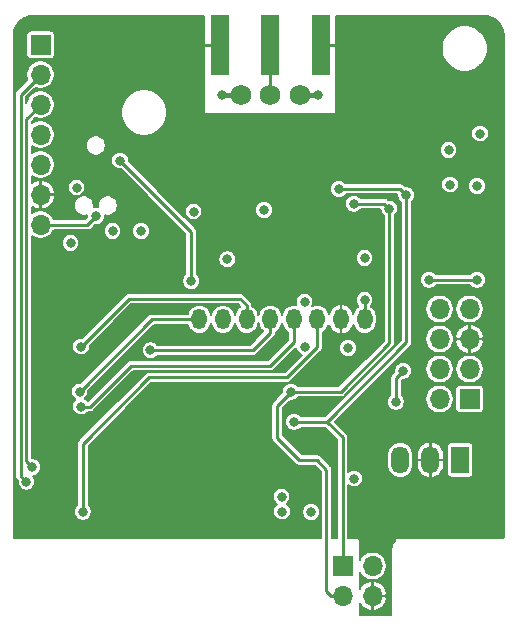
<source format=gbl>
G04 #@! TF.GenerationSoftware,KiCad,Pcbnew,(5.1.9-0-10_14)*
G04 #@! TF.CreationDate,2021-03-24T15:19:10+01:00*
G04 #@! TF.ProjectId,ithowifi_4l,6974686f-7769-4666-995f-346c2e6b6963,rev?*
G04 #@! TF.SameCoordinates,Original*
G04 #@! TF.FileFunction,Copper,L4,Bot*
G04 #@! TF.FilePolarity,Positive*
%FSLAX46Y46*%
G04 Gerber Fmt 4.6, Leading zero omitted, Abs format (unit mm)*
G04 Created by KiCad (PCBNEW (5.1.9-0-10_14)) date 2021-03-24 15:19:10*
%MOMM*%
%LPD*%
G01*
G04 APERTURE LIST*
G04 #@! TA.AperFunction,ComponentPad*
%ADD10O,1.700000X1.700000*%
G04 #@! TD*
G04 #@! TA.AperFunction,ComponentPad*
%ADD11R,1.700000X1.700000*%
G04 #@! TD*
G04 #@! TA.AperFunction,ComponentPad*
%ADD12C,1.500000*%
G04 #@! TD*
G04 #@! TA.AperFunction,SMDPad,CuDef*
%ADD13R,1.500000X5.080000*%
G04 #@! TD*
G04 #@! TA.AperFunction,SMDPad,CuDef*
%ADD14C,1.750000*%
G04 #@! TD*
G04 #@! TA.AperFunction,SMDPad,CuDef*
%ADD15O,1.300000X1.750000*%
G04 #@! TD*
G04 #@! TA.AperFunction,ComponentPad*
%ADD16O,1.500000X2.300000*%
G04 #@! TD*
G04 #@! TA.AperFunction,ComponentPad*
%ADD17R,1.500000X2.300000*%
G04 #@! TD*
G04 #@! TA.AperFunction,ViaPad*
%ADD18C,0.800000*%
G04 #@! TD*
G04 #@! TA.AperFunction,Conductor*
%ADD19C,0.406400*%
G04 #@! TD*
G04 #@! TA.AperFunction,Conductor*
%ADD20C,0.250000*%
G04 #@! TD*
G04 #@! TA.AperFunction,Conductor*
%ADD21C,0.254000*%
G04 #@! TD*
G04 #@! TA.AperFunction,Conductor*
%ADD22C,1.473200*%
G04 #@! TD*
G04 #@! TA.AperFunction,Conductor*
%ADD23C,0.293370*%
G04 #@! TD*
G04 #@! TA.AperFunction,Conductor*
%ADD24C,0.203200*%
G04 #@! TD*
G04 #@! TA.AperFunction,Conductor*
%ADD25C,0.100000*%
G04 #@! TD*
G04 APERTURE END LIST*
D10*
X113832000Y-154468000D03*
X111292000Y-154468000D03*
X113832000Y-151928000D03*
D11*
X111292000Y-151928000D03*
D12*
X105181400Y-109474000D03*
D10*
X85725000Y-123037600D03*
X85725000Y-120497600D03*
X85725000Y-117957600D03*
X85725000Y-115417600D03*
X85725000Y-112877600D03*
X85725000Y-110337600D03*
D11*
X85725000Y-107797600D03*
D13*
X100931400Y-107848400D03*
X109431400Y-107848400D03*
X105181400Y-107848400D03*
D14*
X107672000Y-112039000D03*
X105172000Y-112039000D03*
X102672000Y-112039000D03*
D15*
X99172000Y-131039000D03*
X101172000Y-131039000D03*
X103172000Y-131039000D03*
X105172000Y-131039000D03*
X107172000Y-131039000D03*
X109172000Y-131039000D03*
X111172000Y-131039000D03*
X113172000Y-131039000D03*
D16*
X116179600Y-142951200D03*
X118719600Y-142951200D03*
D17*
X121259600Y-142951200D03*
D11*
X122047000Y-137795000D03*
D10*
X119507000Y-137795000D03*
X122047000Y-135255000D03*
X119507000Y-135255000D03*
X122047000Y-132715000D03*
X119507000Y-132715000D03*
X122047000Y-130175000D03*
X119507000Y-130175000D03*
D18*
X95250000Y-139700000D03*
X98806000Y-139700000D03*
X97028000Y-139700000D03*
X98806000Y-142748000D03*
X97028000Y-142748000D03*
X95250000Y-142748000D03*
X95250000Y-141224000D03*
X98806000Y-141224000D03*
X97028000Y-141224000D03*
X99187000Y-105918000D03*
X99187000Y-107442000D03*
X99187000Y-109093000D03*
X101092000Y-112014000D03*
X109220000Y-112014000D03*
X107132000Y-143568000D03*
X104648000Y-120142000D03*
X108585000Y-136144000D03*
X101727000Y-132715000D03*
X89154000Y-148590000D03*
X106172000Y-148590000D03*
X99187000Y-110871000D03*
X99187000Y-112522000D03*
X99187000Y-114173000D03*
X111125000Y-105918000D03*
X111125000Y-107442000D03*
X111125000Y-109093000D03*
X111125000Y-110871000D03*
X111125000Y-114173000D03*
X111125000Y-112522000D03*
X105918000Y-114173000D03*
X109220000Y-114173000D03*
X102489000Y-114173000D03*
X104140000Y-114173000D03*
X100965000Y-114173000D03*
X107569000Y-114173000D03*
X92202000Y-118872000D03*
X102432000Y-138568000D03*
X109532000Y-140568000D03*
X122682000Y-127698500D03*
X118618000Y-127698500D03*
X115811300Y-138036300D03*
X116433600Y-135407400D03*
X112268000Y-144526000D03*
X108077000Y-129540000D03*
X108077000Y-133350000D03*
X106172000Y-147320000D03*
X113157000Y-129413000D03*
X120269000Y-116713000D03*
X122936000Y-115316000D03*
X122682000Y-119761000D03*
X120396000Y-119634000D03*
X98679000Y-121920000D03*
X94234000Y-123571000D03*
X91821000Y-123571000D03*
X104648000Y-121793000D03*
X88773000Y-119888000D03*
X111760000Y-133477000D03*
X88265000Y-124587000D03*
X113157000Y-125857000D03*
X108632000Y-147368000D03*
X90424000Y-122301000D03*
X85039200Y-143560804D03*
X84531209Y-144805391D03*
X89309400Y-147345400D03*
X95032000Y-133668000D03*
X89154000Y-138430000D03*
X89027000Y-137160002D03*
X89154000Y-133350000D03*
X101532000Y-125968000D03*
X106132000Y-146068000D03*
X92456000Y-117602000D03*
X98473494Y-127810500D03*
X115252500Y-121666000D03*
X115252500Y-121666000D03*
X112242600Y-121259600D03*
X106932000Y-137168000D03*
X116697000Y-120539000D03*
X110972600Y-120014982D03*
X107189404Y-139725400D03*
D19*
X110946800Y-131039000D02*
X110947200Y-131038600D01*
X101117000Y-112039000D02*
X101092000Y-112014000D01*
X102672000Y-112039000D02*
X101117000Y-112039000D01*
X109195000Y-112039000D02*
X109220000Y-112014000D01*
X107672000Y-112039000D02*
X109195000Y-112039000D01*
D20*
X99593400Y-107848400D02*
X99187000Y-107442000D01*
X100931400Y-107848400D02*
X99593400Y-107848400D01*
X109431400Y-107848400D02*
X109372400Y-107848400D01*
X110718600Y-107848400D02*
X111125000Y-107442000D01*
X109431400Y-107848400D02*
X110718600Y-107848400D01*
D21*
X122682000Y-127698500D02*
X118618000Y-127698500D01*
X115811300Y-136029700D02*
X116433600Y-135407400D01*
X115811300Y-138036300D02*
X115811300Y-136029700D01*
X113172000Y-129428000D02*
X113157000Y-129413000D01*
X113172000Y-131039000D02*
X113172000Y-129428000D01*
D22*
X105181400Y-112029600D02*
X105172000Y-112039000D01*
D23*
X105172000Y-107857800D02*
X105181400Y-107848400D01*
X105172000Y-112039000D02*
X105172000Y-107857800D01*
D21*
X89687400Y-123037600D02*
X90424000Y-122301000D01*
X85725000Y-123037600D02*
X89687400Y-123037600D01*
D20*
X85725000Y-112877600D02*
X84498611Y-114103989D01*
X84498611Y-114103989D02*
X84498611Y-143020215D01*
X84498611Y-143020215D02*
X85039200Y-143560804D01*
X84048600Y-112014000D02*
X84048600Y-144322782D01*
X85725000Y-110337600D02*
X84048600Y-112014000D01*
X84048600Y-144322782D02*
X84531209Y-144805391D01*
D21*
X89309400Y-141576600D02*
X89309400Y-147345400D01*
X94918000Y-135968000D02*
X89309400Y-141576600D01*
X106602000Y-135968000D02*
X94918000Y-135968000D01*
X109172000Y-133398000D02*
X106602000Y-135968000D01*
X109172000Y-131039000D02*
X109172000Y-133398000D01*
X105172000Y-132168000D02*
X103672000Y-133668000D01*
X105172000Y-131039000D02*
X105172000Y-132168000D01*
X103672000Y-133668000D02*
X95032000Y-133668000D01*
X107172000Y-131039000D02*
X107172000Y-132985000D01*
X107172000Y-132985000D02*
X105189000Y-134968000D01*
X105189000Y-134968000D02*
X93378000Y-134968000D01*
X93378000Y-134968000D02*
X89916000Y-138430000D01*
X89916000Y-138430000D02*
X89154000Y-138430000D01*
X99489000Y-131039000D02*
X99441000Y-131087000D01*
X99172000Y-131039000D02*
X95148002Y-131039000D01*
X95148002Y-131039000D02*
X89027000Y-137160002D01*
X93218000Y-129286000D02*
X89154000Y-133350000D01*
X102616000Y-129286000D02*
X93218000Y-129286000D01*
X103172000Y-129842000D02*
X102616000Y-129286000D01*
X103172000Y-131039000D02*
X103172000Y-129842000D01*
X98473494Y-123619494D02*
X98473494Y-127810500D01*
X92456000Y-117602000D02*
X98473494Y-123619494D01*
X114846100Y-121259600D02*
X115252500Y-121666000D01*
X112242600Y-121259600D02*
X114846100Y-121259600D01*
X115252500Y-132334000D02*
X115252500Y-121666000D01*
X111132000Y-137168000D02*
X115252500Y-133047500D01*
X115252500Y-133047500D02*
X115252500Y-132334000D01*
X106932000Y-137168000D02*
X111132000Y-137168000D01*
X110332000Y-154468000D02*
X111292000Y-154468000D01*
X109932000Y-154068000D02*
X110332000Y-154468000D01*
X109932000Y-143768000D02*
X109932000Y-154068000D01*
X106932000Y-137168000D02*
X105732000Y-138368000D01*
X109132000Y-142968000D02*
X109932000Y-143768000D01*
X105732000Y-141068000D02*
X107632000Y-142968000D01*
X107632000Y-142968000D02*
X109132000Y-142968000D01*
X105732000Y-138368000D02*
X105732000Y-141068000D01*
X110997982Y-119989600D02*
X110972600Y-120014982D01*
X116147600Y-119989600D02*
X110997982Y-119989600D01*
X116697000Y-120539000D02*
X116147600Y-119989600D01*
X109974600Y-139725400D02*
X107189404Y-139725400D01*
X116697000Y-133003000D02*
X109974600Y-139725400D01*
X116697000Y-120539000D02*
X116697000Y-133003000D01*
X111292000Y-141042800D02*
X109974600Y-139725400D01*
X111292000Y-151928000D02*
X111292000Y-141042800D01*
D24*
X99593400Y-113538000D02*
X99595352Y-113557821D01*
X99601134Y-113576881D01*
X99610523Y-113594446D01*
X99623158Y-113609842D01*
X99638554Y-113622477D01*
X99656119Y-113631866D01*
X99675179Y-113637648D01*
X99695000Y-113639600D01*
X110617000Y-113639600D01*
X110636821Y-113637648D01*
X110655881Y-113631866D01*
X110673446Y-113622477D01*
X110688842Y-113609842D01*
X110701477Y-113594446D01*
X110710866Y-113576881D01*
X110716648Y-113557821D01*
X110718600Y-113538000D01*
X110718600Y-107927390D01*
X119674400Y-107927390D01*
X119674400Y-108312610D01*
X119749553Y-108690427D01*
X119896970Y-109046324D01*
X120110987Y-109366622D01*
X120383378Y-109639013D01*
X120703676Y-109853030D01*
X121059573Y-110000447D01*
X121437390Y-110075600D01*
X121822610Y-110075600D01*
X122200427Y-110000447D01*
X122556324Y-109853030D01*
X122876622Y-109639013D01*
X123149013Y-109366622D01*
X123363030Y-109046324D01*
X123510447Y-108690427D01*
X123585600Y-108312610D01*
X123585600Y-107927390D01*
X123510447Y-107549573D01*
X123363030Y-107193676D01*
X123149013Y-106873378D01*
X122876622Y-106600987D01*
X122556324Y-106386970D01*
X122200427Y-106239553D01*
X121822610Y-106164400D01*
X121437390Y-106164400D01*
X121059573Y-106239553D01*
X120703676Y-106386970D01*
X120383378Y-106600987D01*
X120110987Y-106873378D01*
X119896970Y-107193676D01*
X119749553Y-107549573D01*
X119674400Y-107927390D01*
X110718600Y-107927390D01*
X110718600Y-105373600D01*
X123312165Y-105373600D01*
X123641308Y-105405873D01*
X123938841Y-105495703D01*
X124213253Y-105641612D01*
X124454097Y-105838041D01*
X124652203Y-106077508D01*
X124800026Y-106350901D01*
X124891929Y-106647793D01*
X124926400Y-106975759D01*
X124926401Y-149448158D01*
X124922695Y-149485957D01*
X124917480Y-149503228D01*
X124909006Y-149519166D01*
X124897606Y-149533144D01*
X124883695Y-149544652D01*
X124867829Y-149553231D01*
X124850590Y-149558567D01*
X124814122Y-149562400D01*
X116312079Y-149562400D01*
X116294786Y-149564103D01*
X116291750Y-149564082D01*
X116286113Y-149564634D01*
X116269310Y-149566400D01*
X115832000Y-149566400D01*
X115812179Y-149568352D01*
X115793119Y-149574134D01*
X115775554Y-149583523D01*
X115760158Y-149596158D01*
X115747523Y-149611554D01*
X115738134Y-149629119D01*
X115732352Y-149648179D01*
X115730400Y-149668000D01*
X115730400Y-149793463D01*
X115718675Y-149803163D01*
X115692783Y-149829238D01*
X115666510Y-149854966D01*
X115662900Y-149859329D01*
X115601224Y-149934950D01*
X115580887Y-149965560D01*
X115560108Y-149995907D01*
X115557414Y-150000888D01*
X115511602Y-150087049D01*
X115497585Y-150121059D01*
X115483114Y-150154822D01*
X115481439Y-150160232D01*
X115453234Y-150253650D01*
X115446094Y-150289709D01*
X115438450Y-150325673D01*
X115437858Y-150331305D01*
X115428336Y-150428422D01*
X115428336Y-150428432D01*
X115426401Y-150448079D01*
X115426400Y-155948168D01*
X115422695Y-155985957D01*
X115417480Y-156003228D01*
X115409006Y-156019166D01*
X115397606Y-156033144D01*
X115383695Y-156044652D01*
X115367829Y-156053231D01*
X115350590Y-156058567D01*
X115314122Y-156062400D01*
X112733600Y-156062400D01*
X112733600Y-155065585D01*
X112800829Y-155185795D01*
X112960677Y-155373174D01*
X113154010Y-155525768D01*
X113373398Y-155637712D01*
X113610409Y-155704705D01*
X113806600Y-155622544D01*
X113806600Y-154493400D01*
X113857400Y-154493400D01*
X113857400Y-155622544D01*
X114053591Y-155704705D01*
X114290602Y-155637712D01*
X114509990Y-155525768D01*
X114703323Y-155373174D01*
X114863171Y-155185795D01*
X114983392Y-154970831D01*
X115059366Y-154736544D01*
X115068704Y-154689591D01*
X114986521Y-154493400D01*
X113857400Y-154493400D01*
X113806600Y-154493400D01*
X113786600Y-154493400D01*
X113786600Y-154442600D01*
X113806600Y-154442600D01*
X113806600Y-153313456D01*
X113857400Y-153313456D01*
X113857400Y-154442600D01*
X114986521Y-154442600D01*
X115068704Y-154246409D01*
X115059366Y-154199456D01*
X114983392Y-153965169D01*
X114863171Y-153750205D01*
X114703323Y-153562826D01*
X114509990Y-153410232D01*
X114290602Y-153298288D01*
X114053591Y-153231295D01*
X113857400Y-153313456D01*
X113806600Y-153313456D01*
X113610409Y-153231295D01*
X113373398Y-153298288D01*
X113154010Y-153410232D01*
X112960677Y-153562826D01*
X112800829Y-153750205D01*
X112733600Y-153870415D01*
X112733600Y-152426612D01*
X112763611Y-152499066D01*
X112895550Y-152696525D01*
X113063475Y-152864450D01*
X113260934Y-152996389D01*
X113480340Y-153087269D01*
X113713259Y-153133600D01*
X113950741Y-153133600D01*
X114183660Y-153087269D01*
X114403066Y-152996389D01*
X114600525Y-152864450D01*
X114768450Y-152696525D01*
X114900389Y-152499066D01*
X114991269Y-152279660D01*
X115037600Y-152046741D01*
X115037600Y-151809259D01*
X114991269Y-151576340D01*
X114900389Y-151356934D01*
X114768450Y-151159475D01*
X114600525Y-150991550D01*
X114403066Y-150859611D01*
X114183660Y-150768731D01*
X113950741Y-150722400D01*
X113713259Y-150722400D01*
X113480340Y-150768731D01*
X113260934Y-150859611D01*
X113063475Y-150991550D01*
X112895550Y-151159475D01*
X112763611Y-151356934D01*
X112733600Y-151429388D01*
X112733600Y-149668000D01*
X112731648Y-149648179D01*
X112725866Y-149629119D01*
X112716477Y-149611554D01*
X112703842Y-149596158D01*
X112688446Y-149583523D01*
X112670881Y-149574134D01*
X112651821Y-149568352D01*
X112632000Y-149566400D01*
X111774600Y-149566400D01*
X111774600Y-145101180D01*
X111786333Y-145112913D01*
X111910089Y-145195604D01*
X112047600Y-145252563D01*
X112193580Y-145281600D01*
X112342420Y-145281600D01*
X112488400Y-145252563D01*
X112625911Y-145195604D01*
X112749667Y-145112913D01*
X112854913Y-145007667D01*
X112937604Y-144883911D01*
X112994563Y-144746400D01*
X113023600Y-144600420D01*
X113023600Y-144451580D01*
X112994563Y-144305600D01*
X112937604Y-144168089D01*
X112854913Y-144044333D01*
X112749667Y-143939087D01*
X112625911Y-143856396D01*
X112488400Y-143799437D01*
X112342420Y-143770400D01*
X112193580Y-143770400D01*
X112047600Y-143799437D01*
X111910089Y-143856396D01*
X111786333Y-143939087D01*
X111774600Y-143950820D01*
X111774600Y-142496892D01*
X115074000Y-142496892D01*
X115074000Y-143405507D01*
X115089998Y-143567934D01*
X115153217Y-143776341D01*
X115255880Y-143968410D01*
X115394040Y-144136760D01*
X115562390Y-144274920D01*
X115754458Y-144377583D01*
X115962865Y-144440802D01*
X116179600Y-144462149D01*
X116396334Y-144440802D01*
X116604741Y-144377583D01*
X116796810Y-144274920D01*
X116965160Y-144136760D01*
X117103320Y-143968410D01*
X117205983Y-143776342D01*
X117269202Y-143567935D01*
X117285200Y-143405508D01*
X117285200Y-142976600D01*
X117563200Y-142976600D01*
X117563200Y-143376600D01*
X117590375Y-143601714D01*
X117660946Y-143817201D01*
X117772200Y-144014780D01*
X117919862Y-144186858D01*
X118098258Y-144326822D01*
X118300531Y-144429294D01*
X118513656Y-144489114D01*
X118694200Y-144405694D01*
X118694200Y-142976600D01*
X118745000Y-142976600D01*
X118745000Y-144405694D01*
X118925544Y-144489114D01*
X119138669Y-144429294D01*
X119340942Y-144326822D01*
X119519338Y-144186858D01*
X119667000Y-144014780D01*
X119778254Y-143817201D01*
X119848825Y-143601714D01*
X119876000Y-143376600D01*
X119876000Y-142976600D01*
X118745000Y-142976600D01*
X118694200Y-142976600D01*
X117563200Y-142976600D01*
X117285200Y-142976600D01*
X117285200Y-142525800D01*
X117563200Y-142525800D01*
X117563200Y-142925800D01*
X118694200Y-142925800D01*
X118694200Y-141496706D01*
X118745000Y-141496706D01*
X118745000Y-142925800D01*
X119876000Y-142925800D01*
X119876000Y-142525800D01*
X119848825Y-142300686D01*
X119778254Y-142085199D01*
X119667000Y-141887620D01*
X119592843Y-141801200D01*
X120152280Y-141801200D01*
X120152280Y-144101200D01*
X120159146Y-144170910D01*
X120179479Y-144237940D01*
X120212499Y-144299716D01*
X120256937Y-144353863D01*
X120311084Y-144398301D01*
X120372860Y-144431321D01*
X120439890Y-144451654D01*
X120509600Y-144458520D01*
X122009600Y-144458520D01*
X122079310Y-144451654D01*
X122146340Y-144431321D01*
X122208116Y-144398301D01*
X122262263Y-144353863D01*
X122306701Y-144299716D01*
X122339721Y-144237940D01*
X122360054Y-144170910D01*
X122366920Y-144101200D01*
X122366920Y-141801200D01*
X122360054Y-141731490D01*
X122339721Y-141664460D01*
X122306701Y-141602684D01*
X122262263Y-141548537D01*
X122208116Y-141504099D01*
X122146340Y-141471079D01*
X122079310Y-141450746D01*
X122009600Y-141443880D01*
X120509600Y-141443880D01*
X120439890Y-141450746D01*
X120372860Y-141471079D01*
X120311084Y-141504099D01*
X120256937Y-141548537D01*
X120212499Y-141602684D01*
X120179479Y-141664460D01*
X120159146Y-141731490D01*
X120152280Y-141801200D01*
X119592843Y-141801200D01*
X119519338Y-141715542D01*
X119340942Y-141575578D01*
X119138669Y-141473106D01*
X118925544Y-141413286D01*
X118745000Y-141496706D01*
X118694200Y-141496706D01*
X118513656Y-141413286D01*
X118300531Y-141473106D01*
X118098258Y-141575578D01*
X117919862Y-141715542D01*
X117772200Y-141887620D01*
X117660946Y-142085199D01*
X117590375Y-142300686D01*
X117563200Y-142525800D01*
X117285200Y-142525800D01*
X117285200Y-142496893D01*
X117269202Y-142334466D01*
X117205983Y-142126058D01*
X117103320Y-141933990D01*
X116965160Y-141765640D01*
X116796810Y-141627480D01*
X116604742Y-141524817D01*
X116396335Y-141461598D01*
X116179600Y-141440251D01*
X115962866Y-141461598D01*
X115754459Y-141524817D01*
X115562391Y-141627480D01*
X115394041Y-141765640D01*
X115255881Y-141933990D01*
X115153218Y-142126058D01*
X115089998Y-142334465D01*
X115074000Y-142496892D01*
X111774600Y-142496892D01*
X111774600Y-141066507D01*
X111776935Y-141042800D01*
X111767617Y-140948193D01*
X111740022Y-140857223D01*
X111695208Y-140773384D01*
X111650013Y-140718313D01*
X111650012Y-140718312D01*
X111634901Y-140699899D01*
X111616488Y-140684788D01*
X110657099Y-139725400D01*
X112420619Y-137961880D01*
X115055700Y-137961880D01*
X115055700Y-138110720D01*
X115084737Y-138256700D01*
X115141696Y-138394211D01*
X115224387Y-138517967D01*
X115329633Y-138623213D01*
X115453389Y-138705904D01*
X115590900Y-138762863D01*
X115736880Y-138791900D01*
X115885720Y-138791900D01*
X116031700Y-138762863D01*
X116169211Y-138705904D01*
X116292967Y-138623213D01*
X116398213Y-138517967D01*
X116480904Y-138394211D01*
X116537863Y-138256700D01*
X116566900Y-138110720D01*
X116566900Y-137961880D01*
X116537863Y-137815900D01*
X116480904Y-137678389D01*
X116479481Y-137676259D01*
X118301400Y-137676259D01*
X118301400Y-137913741D01*
X118347731Y-138146660D01*
X118438611Y-138366066D01*
X118570550Y-138563525D01*
X118738475Y-138731450D01*
X118935934Y-138863389D01*
X119155340Y-138954269D01*
X119388259Y-139000600D01*
X119625741Y-139000600D01*
X119858660Y-138954269D01*
X120078066Y-138863389D01*
X120275525Y-138731450D01*
X120443450Y-138563525D01*
X120575389Y-138366066D01*
X120666269Y-138146660D01*
X120712600Y-137913741D01*
X120712600Y-137676259D01*
X120666269Y-137443340D01*
X120575389Y-137223934D01*
X120443450Y-137026475D01*
X120361975Y-136945000D01*
X120839680Y-136945000D01*
X120839680Y-138645000D01*
X120846546Y-138714710D01*
X120866879Y-138781740D01*
X120899899Y-138843516D01*
X120944337Y-138897663D01*
X120998484Y-138942101D01*
X121060260Y-138975121D01*
X121127290Y-138995454D01*
X121197000Y-139002320D01*
X122897000Y-139002320D01*
X122966710Y-138995454D01*
X123033740Y-138975121D01*
X123095516Y-138942101D01*
X123149663Y-138897663D01*
X123194101Y-138843516D01*
X123227121Y-138781740D01*
X123247454Y-138714710D01*
X123254320Y-138645000D01*
X123254320Y-136945000D01*
X123247454Y-136875290D01*
X123227121Y-136808260D01*
X123194101Y-136746484D01*
X123149663Y-136692337D01*
X123095516Y-136647899D01*
X123033740Y-136614879D01*
X122966710Y-136594546D01*
X122897000Y-136587680D01*
X121197000Y-136587680D01*
X121127290Y-136594546D01*
X121060260Y-136614879D01*
X120998484Y-136647899D01*
X120944337Y-136692337D01*
X120899899Y-136746484D01*
X120866879Y-136808260D01*
X120846546Y-136875290D01*
X120839680Y-136945000D01*
X120361975Y-136945000D01*
X120275525Y-136858550D01*
X120078066Y-136726611D01*
X119858660Y-136635731D01*
X119625741Y-136589400D01*
X119388259Y-136589400D01*
X119155340Y-136635731D01*
X118935934Y-136726611D01*
X118738475Y-136858550D01*
X118570550Y-137026475D01*
X118438611Y-137223934D01*
X118347731Y-137443340D01*
X118301400Y-137676259D01*
X116479481Y-137676259D01*
X116398213Y-137554633D01*
X116293900Y-137450320D01*
X116293900Y-136229599D01*
X116360499Y-136163000D01*
X116508020Y-136163000D01*
X116654000Y-136133963D01*
X116791511Y-136077004D01*
X116915267Y-135994313D01*
X117020513Y-135889067D01*
X117103204Y-135765311D01*
X117160163Y-135627800D01*
X117189200Y-135481820D01*
X117189200Y-135332980D01*
X117160163Y-135187000D01*
X117139146Y-135136259D01*
X118301400Y-135136259D01*
X118301400Y-135373741D01*
X118347731Y-135606660D01*
X118438611Y-135826066D01*
X118570550Y-136023525D01*
X118738475Y-136191450D01*
X118935934Y-136323389D01*
X119155340Y-136414269D01*
X119388259Y-136460600D01*
X119625741Y-136460600D01*
X119858660Y-136414269D01*
X120078066Y-136323389D01*
X120275525Y-136191450D01*
X120443450Y-136023525D01*
X120575389Y-135826066D01*
X120666269Y-135606660D01*
X120712600Y-135373741D01*
X120712600Y-135136259D01*
X120841400Y-135136259D01*
X120841400Y-135373741D01*
X120887731Y-135606660D01*
X120978611Y-135826066D01*
X121110550Y-136023525D01*
X121278475Y-136191450D01*
X121475934Y-136323389D01*
X121695340Y-136414269D01*
X121928259Y-136460600D01*
X122165741Y-136460600D01*
X122398660Y-136414269D01*
X122618066Y-136323389D01*
X122815525Y-136191450D01*
X122983450Y-136023525D01*
X123115389Y-135826066D01*
X123206269Y-135606660D01*
X123252600Y-135373741D01*
X123252600Y-135136259D01*
X123206269Y-134903340D01*
X123115389Y-134683934D01*
X122983450Y-134486475D01*
X122815525Y-134318550D01*
X122618066Y-134186611D01*
X122398660Y-134095731D01*
X122165741Y-134049400D01*
X121928259Y-134049400D01*
X121695340Y-134095731D01*
X121475934Y-134186611D01*
X121278475Y-134318550D01*
X121110550Y-134486475D01*
X120978611Y-134683934D01*
X120887731Y-134903340D01*
X120841400Y-135136259D01*
X120712600Y-135136259D01*
X120666269Y-134903340D01*
X120575389Y-134683934D01*
X120443450Y-134486475D01*
X120275525Y-134318550D01*
X120078066Y-134186611D01*
X119858660Y-134095731D01*
X119625741Y-134049400D01*
X119388259Y-134049400D01*
X119155340Y-134095731D01*
X118935934Y-134186611D01*
X118738475Y-134318550D01*
X118570550Y-134486475D01*
X118438611Y-134683934D01*
X118347731Y-134903340D01*
X118301400Y-135136259D01*
X117139146Y-135136259D01*
X117103204Y-135049489D01*
X117020513Y-134925733D01*
X116915267Y-134820487D01*
X116791511Y-134737796D01*
X116654000Y-134680837D01*
X116508020Y-134651800D01*
X116359180Y-134651800D01*
X116213200Y-134680837D01*
X116075689Y-134737796D01*
X115951933Y-134820487D01*
X115846687Y-134925733D01*
X115763996Y-135049489D01*
X115707037Y-135187000D01*
X115678000Y-135332980D01*
X115678000Y-135480501D01*
X115486813Y-135671688D01*
X115468400Y-135686799D01*
X115453289Y-135705212D01*
X115453287Y-135705214D01*
X115408092Y-135760285D01*
X115363278Y-135844124D01*
X115335684Y-135935094D01*
X115326365Y-136029700D01*
X115328701Y-136053415D01*
X115328700Y-137450320D01*
X115224387Y-137554633D01*
X115141696Y-137678389D01*
X115084737Y-137815900D01*
X115055700Y-137961880D01*
X112420619Y-137961880D01*
X117021482Y-133361017D01*
X117039901Y-133345901D01*
X117100209Y-133272415D01*
X117145022Y-133188577D01*
X117172617Y-133097606D01*
X117179600Y-133026707D01*
X117179600Y-133026706D01*
X117181935Y-133003001D01*
X117179600Y-132979296D01*
X117179600Y-132596259D01*
X118301400Y-132596259D01*
X118301400Y-132833741D01*
X118347731Y-133066660D01*
X118438611Y-133286066D01*
X118570550Y-133483525D01*
X118738475Y-133651450D01*
X118935934Y-133783389D01*
X119155340Y-133874269D01*
X119388259Y-133920600D01*
X119625741Y-133920600D01*
X119858660Y-133874269D01*
X120078066Y-133783389D01*
X120275525Y-133651450D01*
X120443450Y-133483525D01*
X120575389Y-133286066D01*
X120666269Y-133066660D01*
X120692141Y-132936591D01*
X120810296Y-132936591D01*
X120819634Y-132983544D01*
X120895608Y-133217831D01*
X121015829Y-133432795D01*
X121175677Y-133620174D01*
X121369010Y-133772768D01*
X121588398Y-133884712D01*
X121825409Y-133951705D01*
X122021600Y-133869544D01*
X122021600Y-132740400D01*
X122072400Y-132740400D01*
X122072400Y-133869544D01*
X122268591Y-133951705D01*
X122505602Y-133884712D01*
X122724990Y-133772768D01*
X122918323Y-133620174D01*
X123078171Y-133432795D01*
X123198392Y-133217831D01*
X123274366Y-132983544D01*
X123283704Y-132936591D01*
X123201521Y-132740400D01*
X122072400Y-132740400D01*
X122021600Y-132740400D01*
X120892479Y-132740400D01*
X120810296Y-132936591D01*
X120692141Y-132936591D01*
X120712600Y-132833741D01*
X120712600Y-132596259D01*
X120692142Y-132493409D01*
X120810296Y-132493409D01*
X120892479Y-132689600D01*
X122021600Y-132689600D01*
X122021600Y-131560456D01*
X122072400Y-131560456D01*
X122072400Y-132689600D01*
X123201521Y-132689600D01*
X123283704Y-132493409D01*
X123274366Y-132446456D01*
X123198392Y-132212169D01*
X123078171Y-131997205D01*
X122918323Y-131809826D01*
X122724990Y-131657232D01*
X122505602Y-131545288D01*
X122268591Y-131478295D01*
X122072400Y-131560456D01*
X122021600Y-131560456D01*
X121825409Y-131478295D01*
X121588398Y-131545288D01*
X121369010Y-131657232D01*
X121175677Y-131809826D01*
X121015829Y-131997205D01*
X120895608Y-132212169D01*
X120819634Y-132446456D01*
X120810296Y-132493409D01*
X120692142Y-132493409D01*
X120666269Y-132363340D01*
X120575389Y-132143934D01*
X120443450Y-131946475D01*
X120275525Y-131778550D01*
X120078066Y-131646611D01*
X119858660Y-131555731D01*
X119625741Y-131509400D01*
X119388259Y-131509400D01*
X119155340Y-131555731D01*
X118935934Y-131646611D01*
X118738475Y-131778550D01*
X118570550Y-131946475D01*
X118438611Y-132143934D01*
X118347731Y-132363340D01*
X118301400Y-132596259D01*
X117179600Y-132596259D01*
X117179600Y-130056259D01*
X118301400Y-130056259D01*
X118301400Y-130293741D01*
X118347731Y-130526660D01*
X118438611Y-130746066D01*
X118570550Y-130943525D01*
X118738475Y-131111450D01*
X118935934Y-131243389D01*
X119155340Y-131334269D01*
X119388259Y-131380600D01*
X119625741Y-131380600D01*
X119858660Y-131334269D01*
X120078066Y-131243389D01*
X120275525Y-131111450D01*
X120443450Y-130943525D01*
X120575389Y-130746066D01*
X120666269Y-130526660D01*
X120712600Y-130293741D01*
X120712600Y-130056259D01*
X120841400Y-130056259D01*
X120841400Y-130293741D01*
X120887731Y-130526660D01*
X120978611Y-130746066D01*
X121110550Y-130943525D01*
X121278475Y-131111450D01*
X121475934Y-131243389D01*
X121695340Y-131334269D01*
X121928259Y-131380600D01*
X122165741Y-131380600D01*
X122398660Y-131334269D01*
X122618066Y-131243389D01*
X122815525Y-131111450D01*
X122983450Y-130943525D01*
X123115389Y-130746066D01*
X123206269Y-130526660D01*
X123252600Y-130293741D01*
X123252600Y-130056259D01*
X123206269Y-129823340D01*
X123115389Y-129603934D01*
X122983450Y-129406475D01*
X122815525Y-129238550D01*
X122618066Y-129106611D01*
X122398660Y-129015731D01*
X122165741Y-128969400D01*
X121928259Y-128969400D01*
X121695340Y-129015731D01*
X121475934Y-129106611D01*
X121278475Y-129238550D01*
X121110550Y-129406475D01*
X120978611Y-129603934D01*
X120887731Y-129823340D01*
X120841400Y-130056259D01*
X120712600Y-130056259D01*
X120666269Y-129823340D01*
X120575389Y-129603934D01*
X120443450Y-129406475D01*
X120275525Y-129238550D01*
X120078066Y-129106611D01*
X119858660Y-129015731D01*
X119625741Y-128969400D01*
X119388259Y-128969400D01*
X119155340Y-129015731D01*
X118935934Y-129106611D01*
X118738475Y-129238550D01*
X118570550Y-129406475D01*
X118438611Y-129603934D01*
X118347731Y-129823340D01*
X118301400Y-130056259D01*
X117179600Y-130056259D01*
X117179600Y-127624080D01*
X117862400Y-127624080D01*
X117862400Y-127772920D01*
X117891437Y-127918900D01*
X117948396Y-128056411D01*
X118031087Y-128180167D01*
X118136333Y-128285413D01*
X118260089Y-128368104D01*
X118397600Y-128425063D01*
X118543580Y-128454100D01*
X118692420Y-128454100D01*
X118838400Y-128425063D01*
X118975911Y-128368104D01*
X119099667Y-128285413D01*
X119203980Y-128181100D01*
X122096020Y-128181100D01*
X122200333Y-128285413D01*
X122324089Y-128368104D01*
X122461600Y-128425063D01*
X122607580Y-128454100D01*
X122756420Y-128454100D01*
X122902400Y-128425063D01*
X123039911Y-128368104D01*
X123163667Y-128285413D01*
X123268913Y-128180167D01*
X123351604Y-128056411D01*
X123408563Y-127918900D01*
X123437600Y-127772920D01*
X123437600Y-127624080D01*
X123408563Y-127478100D01*
X123351604Y-127340589D01*
X123268913Y-127216833D01*
X123163667Y-127111587D01*
X123039911Y-127028896D01*
X122902400Y-126971937D01*
X122756420Y-126942900D01*
X122607580Y-126942900D01*
X122461600Y-126971937D01*
X122324089Y-127028896D01*
X122200333Y-127111587D01*
X122096020Y-127215900D01*
X119203980Y-127215900D01*
X119099667Y-127111587D01*
X118975911Y-127028896D01*
X118838400Y-126971937D01*
X118692420Y-126942900D01*
X118543580Y-126942900D01*
X118397600Y-126971937D01*
X118260089Y-127028896D01*
X118136333Y-127111587D01*
X118031087Y-127216833D01*
X117948396Y-127340589D01*
X117891437Y-127478100D01*
X117862400Y-127624080D01*
X117179600Y-127624080D01*
X117179600Y-121124980D01*
X117283913Y-121020667D01*
X117366604Y-120896911D01*
X117423563Y-120759400D01*
X117452600Y-120613420D01*
X117452600Y-120464580D01*
X117423563Y-120318600D01*
X117366604Y-120181089D01*
X117283913Y-120057333D01*
X117178667Y-119952087D01*
X117054911Y-119869396D01*
X116917400Y-119812437D01*
X116771420Y-119783400D01*
X116623899Y-119783400D01*
X116505617Y-119665118D01*
X116490501Y-119646699D01*
X116417015Y-119586391D01*
X116366856Y-119559580D01*
X119640400Y-119559580D01*
X119640400Y-119708420D01*
X119669437Y-119854400D01*
X119726396Y-119991911D01*
X119809087Y-120115667D01*
X119914333Y-120220913D01*
X120038089Y-120303604D01*
X120175600Y-120360563D01*
X120321580Y-120389600D01*
X120470420Y-120389600D01*
X120616400Y-120360563D01*
X120753911Y-120303604D01*
X120877667Y-120220913D01*
X120982913Y-120115667D01*
X121065604Y-119991911D01*
X121122563Y-119854400D01*
X121151600Y-119708420D01*
X121151600Y-119686580D01*
X121926400Y-119686580D01*
X121926400Y-119835420D01*
X121955437Y-119981400D01*
X122012396Y-120118911D01*
X122095087Y-120242667D01*
X122200333Y-120347913D01*
X122324089Y-120430604D01*
X122461600Y-120487563D01*
X122607580Y-120516600D01*
X122756420Y-120516600D01*
X122902400Y-120487563D01*
X123039911Y-120430604D01*
X123163667Y-120347913D01*
X123268913Y-120242667D01*
X123351604Y-120118911D01*
X123408563Y-119981400D01*
X123437600Y-119835420D01*
X123437600Y-119686580D01*
X123408563Y-119540600D01*
X123351604Y-119403089D01*
X123268913Y-119279333D01*
X123163667Y-119174087D01*
X123039911Y-119091396D01*
X122902400Y-119034437D01*
X122756420Y-119005400D01*
X122607580Y-119005400D01*
X122461600Y-119034437D01*
X122324089Y-119091396D01*
X122200333Y-119174087D01*
X122095087Y-119279333D01*
X122012396Y-119403089D01*
X121955437Y-119540600D01*
X121926400Y-119686580D01*
X121151600Y-119686580D01*
X121151600Y-119559580D01*
X121122563Y-119413600D01*
X121065604Y-119276089D01*
X120982913Y-119152333D01*
X120877667Y-119047087D01*
X120753911Y-118964396D01*
X120616400Y-118907437D01*
X120470420Y-118878400D01*
X120321580Y-118878400D01*
X120175600Y-118907437D01*
X120038089Y-118964396D01*
X119914333Y-119047087D01*
X119809087Y-119152333D01*
X119726396Y-119276089D01*
X119669437Y-119413600D01*
X119640400Y-119559580D01*
X116366856Y-119559580D01*
X116333177Y-119541578D01*
X116242206Y-119513983D01*
X116171307Y-119507000D01*
X116171305Y-119507000D01*
X116147600Y-119504665D01*
X116123895Y-119507000D01*
X111533198Y-119507000D01*
X111454267Y-119428069D01*
X111330511Y-119345378D01*
X111193000Y-119288419D01*
X111047020Y-119259382D01*
X110898180Y-119259382D01*
X110752200Y-119288419D01*
X110614689Y-119345378D01*
X110490933Y-119428069D01*
X110385687Y-119533315D01*
X110302996Y-119657071D01*
X110246037Y-119794582D01*
X110217000Y-119940562D01*
X110217000Y-120089402D01*
X110246037Y-120235382D01*
X110302996Y-120372893D01*
X110385687Y-120496649D01*
X110490933Y-120601895D01*
X110614689Y-120684586D01*
X110752200Y-120741545D01*
X110898180Y-120770582D01*
X111047020Y-120770582D01*
X111193000Y-120741545D01*
X111330511Y-120684586D01*
X111454267Y-120601895D01*
X111559513Y-120496649D01*
X111575849Y-120472200D01*
X115941400Y-120472200D01*
X115941400Y-120613420D01*
X115970437Y-120759400D01*
X116027396Y-120896911D01*
X116110087Y-121020667D01*
X116214400Y-121124980D01*
X116214401Y-132803100D01*
X109774701Y-139242800D01*
X107775384Y-139242800D01*
X107671071Y-139138487D01*
X107547315Y-139055796D01*
X107409804Y-138998837D01*
X107263824Y-138969800D01*
X107114984Y-138969800D01*
X106969004Y-138998837D01*
X106831493Y-139055796D01*
X106707737Y-139138487D01*
X106602491Y-139243733D01*
X106519800Y-139367489D01*
X106462841Y-139505000D01*
X106433804Y-139650980D01*
X106433804Y-139799820D01*
X106462841Y-139945800D01*
X106519800Y-140083311D01*
X106602491Y-140207067D01*
X106707737Y-140312313D01*
X106831493Y-140395004D01*
X106969004Y-140451963D01*
X107114984Y-140481000D01*
X107263824Y-140481000D01*
X107409804Y-140451963D01*
X107547315Y-140395004D01*
X107671071Y-140312313D01*
X107775384Y-140208000D01*
X109774701Y-140208000D01*
X110809401Y-141242701D01*
X110809400Y-149566400D01*
X110414600Y-149566400D01*
X110414600Y-143791707D01*
X110416935Y-143768000D01*
X110407617Y-143673393D01*
X110380022Y-143582423D01*
X110368466Y-143560803D01*
X110335209Y-143498585D01*
X110274901Y-143425099D01*
X110256487Y-143409987D01*
X109490017Y-142643518D01*
X109474901Y-142625099D01*
X109401415Y-142564791D01*
X109317577Y-142519978D01*
X109226606Y-142492383D01*
X109155707Y-142485400D01*
X109155705Y-142485400D01*
X109132000Y-142483065D01*
X109108295Y-142485400D01*
X107831900Y-142485400D01*
X106214600Y-140868101D01*
X106214600Y-138567899D01*
X106858899Y-137923600D01*
X107006420Y-137923600D01*
X107152400Y-137894563D01*
X107289911Y-137837604D01*
X107413667Y-137754913D01*
X107517980Y-137650600D01*
X111108295Y-137650600D01*
X111132000Y-137652935D01*
X111155705Y-137650600D01*
X111155707Y-137650600D01*
X111226606Y-137643617D01*
X111317577Y-137616022D01*
X111401415Y-137571209D01*
X111474901Y-137510901D01*
X111490017Y-137492482D01*
X115576988Y-133405512D01*
X115595401Y-133390401D01*
X115655709Y-133316915D01*
X115700522Y-133233077D01*
X115728117Y-133142106D01*
X115735100Y-133071207D01*
X115735100Y-133071206D01*
X115737435Y-133047500D01*
X115735100Y-133023793D01*
X115735100Y-122251980D01*
X115839413Y-122147667D01*
X115922104Y-122023911D01*
X115979063Y-121886400D01*
X116008100Y-121740420D01*
X116008100Y-121591580D01*
X115979063Y-121445600D01*
X115922104Y-121308089D01*
X115839413Y-121184333D01*
X115734167Y-121079087D01*
X115610411Y-120996396D01*
X115472900Y-120939437D01*
X115326920Y-120910400D01*
X115181326Y-120910400D01*
X115115515Y-120856391D01*
X115031677Y-120811578D01*
X114940706Y-120783983D01*
X114869807Y-120777000D01*
X114869805Y-120777000D01*
X114846100Y-120774665D01*
X114822395Y-120777000D01*
X112828580Y-120777000D01*
X112724267Y-120672687D01*
X112600511Y-120589996D01*
X112463000Y-120533037D01*
X112317020Y-120504000D01*
X112168180Y-120504000D01*
X112022200Y-120533037D01*
X111884689Y-120589996D01*
X111760933Y-120672687D01*
X111655687Y-120777933D01*
X111572996Y-120901689D01*
X111516037Y-121039200D01*
X111487000Y-121185180D01*
X111487000Y-121334020D01*
X111516037Y-121480000D01*
X111572996Y-121617511D01*
X111655687Y-121741267D01*
X111760933Y-121846513D01*
X111884689Y-121929204D01*
X112022200Y-121986163D01*
X112168180Y-122015200D01*
X112317020Y-122015200D01*
X112463000Y-121986163D01*
X112600511Y-121929204D01*
X112724267Y-121846513D01*
X112828580Y-121742200D01*
X114497254Y-121742200D01*
X114525937Y-121886400D01*
X114582896Y-122023911D01*
X114665587Y-122147667D01*
X114769901Y-122251981D01*
X114769900Y-132357706D01*
X114769901Y-132357716D01*
X114769900Y-132847600D01*
X110932101Y-136685400D01*
X107517980Y-136685400D01*
X107413667Y-136581087D01*
X107289911Y-136498396D01*
X107152400Y-136441437D01*
X107006420Y-136412400D01*
X106857580Y-136412400D01*
X106711600Y-136441437D01*
X106574089Y-136498396D01*
X106450333Y-136581087D01*
X106345087Y-136686333D01*
X106262396Y-136810089D01*
X106205437Y-136947600D01*
X106176400Y-137093580D01*
X106176400Y-137241101D01*
X105407518Y-138009983D01*
X105389099Y-138025099D01*
X105328791Y-138098585D01*
X105283978Y-138182424D01*
X105256383Y-138273395D01*
X105253200Y-138305715D01*
X105247065Y-138368000D01*
X105249400Y-138391705D01*
X105249401Y-141044285D01*
X105247065Y-141068000D01*
X105256384Y-141162606D01*
X105283978Y-141253576D01*
X105328792Y-141337415D01*
X105372787Y-141391023D01*
X105389100Y-141410901D01*
X105407513Y-141426012D01*
X107273986Y-143292486D01*
X107289099Y-143310901D01*
X107362585Y-143371209D01*
X107372671Y-143376600D01*
X107446423Y-143416022D01*
X107537393Y-143443617D01*
X107632000Y-143452935D01*
X107655707Y-143450600D01*
X108932101Y-143450600D01*
X109449400Y-143967900D01*
X109449401Y-149566400D01*
X104692534Y-149566400D01*
X104651921Y-149562400D01*
X104632000Y-149560438D01*
X104612079Y-149562400D01*
X87351921Y-149562400D01*
X87332000Y-149560438D01*
X87312079Y-149562400D01*
X87271466Y-149566400D01*
X83437600Y-149566400D01*
X83437600Y-112014000D01*
X83565675Y-112014000D01*
X83568000Y-112037604D01*
X83568001Y-144299168D01*
X83565675Y-144322782D01*
X83571073Y-144377583D01*
X83574955Y-144416996D01*
X83584202Y-144447480D01*
X83602436Y-144507590D01*
X83647063Y-144591080D01*
X83647064Y-144591081D01*
X83707121Y-144664262D01*
X83725460Y-144679313D01*
X83775859Y-144729712D01*
X83775609Y-144730971D01*
X83775609Y-144879811D01*
X83804646Y-145025791D01*
X83861605Y-145163302D01*
X83944296Y-145287058D01*
X84049542Y-145392304D01*
X84173298Y-145474995D01*
X84310809Y-145531954D01*
X84456789Y-145560991D01*
X84605629Y-145560991D01*
X84751609Y-145531954D01*
X84889120Y-145474995D01*
X85012876Y-145392304D01*
X85118122Y-145287058D01*
X85200813Y-145163302D01*
X85257772Y-145025791D01*
X85286809Y-144879811D01*
X85286809Y-144730971D01*
X85257772Y-144584991D01*
X85200813Y-144447480D01*
X85118122Y-144323724D01*
X85110802Y-144316404D01*
X85113620Y-144316404D01*
X85259600Y-144287367D01*
X85397111Y-144230408D01*
X85520867Y-144147717D01*
X85626113Y-144042471D01*
X85708804Y-143918715D01*
X85765763Y-143781204D01*
X85794800Y-143635224D01*
X85794800Y-143486384D01*
X85765763Y-143340404D01*
X85708804Y-143202893D01*
X85626113Y-143079137D01*
X85520867Y-142973891D01*
X85397111Y-142891200D01*
X85259600Y-142834241D01*
X85113620Y-142805204D01*
X84979211Y-142805204D01*
X84979211Y-137085582D01*
X88271400Y-137085582D01*
X88271400Y-137234422D01*
X88300437Y-137380402D01*
X88357396Y-137517913D01*
X88440087Y-137641669D01*
X88545333Y-137746915D01*
X88669089Y-137829606D01*
X88683546Y-137835594D01*
X88672333Y-137843087D01*
X88567087Y-137948333D01*
X88484396Y-138072089D01*
X88427437Y-138209600D01*
X88398400Y-138355580D01*
X88398400Y-138504420D01*
X88427437Y-138650400D01*
X88484396Y-138787911D01*
X88567087Y-138911667D01*
X88672333Y-139016913D01*
X88796089Y-139099604D01*
X88933600Y-139156563D01*
X89079580Y-139185600D01*
X89228420Y-139185600D01*
X89374400Y-139156563D01*
X89511911Y-139099604D01*
X89635667Y-139016913D01*
X89739980Y-138912600D01*
X89892295Y-138912600D01*
X89916000Y-138914935D01*
X89939705Y-138912600D01*
X89939707Y-138912600D01*
X90010606Y-138905617D01*
X90101577Y-138878022D01*
X90185415Y-138833209D01*
X90258901Y-138772901D01*
X90274017Y-138754482D01*
X93577899Y-135450600D01*
X105165295Y-135450600D01*
X105189000Y-135452935D01*
X105212705Y-135450600D01*
X105212707Y-135450600D01*
X105283606Y-135443617D01*
X105374577Y-135416022D01*
X105458415Y-135371209D01*
X105531901Y-135310901D01*
X105547017Y-135292482D01*
X107336942Y-133502557D01*
X107350437Y-133570400D01*
X107407396Y-133707911D01*
X107490087Y-133831667D01*
X107595333Y-133936913D01*
X107719089Y-134019604D01*
X107824312Y-134063189D01*
X106402101Y-135485400D01*
X94941704Y-135485400D01*
X94917999Y-135483065D01*
X94894294Y-135485400D01*
X94894293Y-135485400D01*
X94823394Y-135492383D01*
X94732423Y-135519978D01*
X94648585Y-135564791D01*
X94575099Y-135625099D01*
X94559983Y-135643518D01*
X88984918Y-141218583D01*
X88966499Y-141233699D01*
X88906191Y-141307185D01*
X88861378Y-141391024D01*
X88833783Y-141481995D01*
X88829278Y-141527735D01*
X88824465Y-141576600D01*
X88826800Y-141600305D01*
X88826801Y-146759419D01*
X88722487Y-146863733D01*
X88639796Y-146987489D01*
X88582837Y-147125000D01*
X88553800Y-147270980D01*
X88553800Y-147419820D01*
X88582837Y-147565800D01*
X88639796Y-147703311D01*
X88722487Y-147827067D01*
X88827733Y-147932313D01*
X88951489Y-148015004D01*
X89089000Y-148071963D01*
X89234980Y-148101000D01*
X89383820Y-148101000D01*
X89529800Y-148071963D01*
X89667311Y-148015004D01*
X89791067Y-147932313D01*
X89896313Y-147827067D01*
X89979004Y-147703311D01*
X90035963Y-147565800D01*
X90065000Y-147419820D01*
X90065000Y-147270980D01*
X90035963Y-147125000D01*
X89979004Y-146987489D01*
X89896313Y-146863733D01*
X89792000Y-146759420D01*
X89792000Y-145993580D01*
X105376400Y-145993580D01*
X105376400Y-146142420D01*
X105405437Y-146288400D01*
X105462396Y-146425911D01*
X105545087Y-146549667D01*
X105650333Y-146654913D01*
X105728831Y-146707364D01*
X105690333Y-146733087D01*
X105585087Y-146838333D01*
X105502396Y-146962089D01*
X105445437Y-147099600D01*
X105416400Y-147245580D01*
X105416400Y-147394420D01*
X105445437Y-147540400D01*
X105502396Y-147677911D01*
X105585087Y-147801667D01*
X105690333Y-147906913D01*
X105814089Y-147989604D01*
X105951600Y-148046563D01*
X106097580Y-148075600D01*
X106246420Y-148075600D01*
X106392400Y-148046563D01*
X106529911Y-147989604D01*
X106653667Y-147906913D01*
X106758913Y-147801667D01*
X106841604Y-147677911D01*
X106898563Y-147540400D01*
X106927600Y-147394420D01*
X106927600Y-147293580D01*
X107876400Y-147293580D01*
X107876400Y-147442420D01*
X107905437Y-147588400D01*
X107962396Y-147725911D01*
X108045087Y-147849667D01*
X108150333Y-147954913D01*
X108274089Y-148037604D01*
X108411600Y-148094563D01*
X108557580Y-148123600D01*
X108706420Y-148123600D01*
X108852400Y-148094563D01*
X108989911Y-148037604D01*
X109113667Y-147954913D01*
X109218913Y-147849667D01*
X109301604Y-147725911D01*
X109358563Y-147588400D01*
X109387600Y-147442420D01*
X109387600Y-147293580D01*
X109358563Y-147147600D01*
X109301604Y-147010089D01*
X109218913Y-146886333D01*
X109113667Y-146781087D01*
X108989911Y-146698396D01*
X108852400Y-146641437D01*
X108706420Y-146612400D01*
X108557580Y-146612400D01*
X108411600Y-146641437D01*
X108274089Y-146698396D01*
X108150333Y-146781087D01*
X108045087Y-146886333D01*
X107962396Y-147010089D01*
X107905437Y-147147600D01*
X107876400Y-147293580D01*
X106927600Y-147293580D01*
X106927600Y-147245580D01*
X106898563Y-147099600D01*
X106841604Y-146962089D01*
X106758913Y-146838333D01*
X106653667Y-146733087D01*
X106575169Y-146680636D01*
X106613667Y-146654913D01*
X106718913Y-146549667D01*
X106801604Y-146425911D01*
X106858563Y-146288400D01*
X106887600Y-146142420D01*
X106887600Y-145993580D01*
X106858563Y-145847600D01*
X106801604Y-145710089D01*
X106718913Y-145586333D01*
X106613667Y-145481087D01*
X106489911Y-145398396D01*
X106352400Y-145341437D01*
X106206420Y-145312400D01*
X106057580Y-145312400D01*
X105911600Y-145341437D01*
X105774089Y-145398396D01*
X105650333Y-145481087D01*
X105545087Y-145586333D01*
X105462396Y-145710089D01*
X105405437Y-145847600D01*
X105376400Y-145993580D01*
X89792000Y-145993580D01*
X89792000Y-141776499D01*
X95117899Y-136450600D01*
X106578295Y-136450600D01*
X106602000Y-136452935D01*
X106625705Y-136450600D01*
X106625707Y-136450600D01*
X106696606Y-136443617D01*
X106787577Y-136416022D01*
X106871415Y-136371209D01*
X106944901Y-136310901D01*
X106960017Y-136292482D01*
X109496488Y-133756012D01*
X109514901Y-133740901D01*
X109575209Y-133667415D01*
X109620022Y-133583577D01*
X109624019Y-133570400D01*
X109647617Y-133492607D01*
X109656483Y-133402580D01*
X111004400Y-133402580D01*
X111004400Y-133551420D01*
X111033437Y-133697400D01*
X111090396Y-133834911D01*
X111173087Y-133958667D01*
X111278333Y-134063913D01*
X111402089Y-134146604D01*
X111539600Y-134203563D01*
X111685580Y-134232600D01*
X111834420Y-134232600D01*
X111980400Y-134203563D01*
X112117911Y-134146604D01*
X112241667Y-134063913D01*
X112346913Y-133958667D01*
X112429604Y-133834911D01*
X112486563Y-133697400D01*
X112515600Y-133551420D01*
X112515600Y-133402580D01*
X112486563Y-133256600D01*
X112429604Y-133119089D01*
X112346913Y-132995333D01*
X112241667Y-132890087D01*
X112117911Y-132807396D01*
X111980400Y-132750437D01*
X111834420Y-132721400D01*
X111685580Y-132721400D01*
X111539600Y-132750437D01*
X111402089Y-132807396D01*
X111278333Y-132890087D01*
X111173087Y-132995333D01*
X111090396Y-133119089D01*
X111033437Y-133256600D01*
X111004400Y-133402580D01*
X109656483Y-133402580D01*
X109656935Y-133398000D01*
X109654600Y-133374293D01*
X109654600Y-132146282D01*
X109733384Y-132104171D01*
X109886507Y-131978507D01*
X110012171Y-131825384D01*
X110105548Y-131650688D01*
X110147063Y-131513831D01*
X110205734Y-131691733D01*
X110307747Y-131872023D01*
X110442973Y-132028947D01*
X110606215Y-132156475D01*
X110791200Y-132249706D01*
X110981703Y-132303119D01*
X111146600Y-132218462D01*
X111146600Y-131064400D01*
X111126600Y-131064400D01*
X111126600Y-131013600D01*
X111146600Y-131013600D01*
X111146600Y-129859538D01*
X111197400Y-129859538D01*
X111197400Y-131013600D01*
X111217400Y-131013600D01*
X111217400Y-131064400D01*
X111197400Y-131064400D01*
X111197400Y-132218462D01*
X111362297Y-132303119D01*
X111552800Y-132249706D01*
X111737785Y-132156475D01*
X111901027Y-132028947D01*
X112036253Y-131872023D01*
X112138266Y-131691733D01*
X112196937Y-131513831D01*
X112238452Y-131650688D01*
X112331830Y-131825384D01*
X112457494Y-131978507D01*
X112610617Y-132104171D01*
X112785313Y-132197548D01*
X112974869Y-132255049D01*
X113172000Y-132274465D01*
X113369132Y-132255049D01*
X113558688Y-132197548D01*
X113733384Y-132104171D01*
X113886507Y-131978507D01*
X114012171Y-131825384D01*
X114105548Y-131650688D01*
X114163049Y-131461131D01*
X114177600Y-131313394D01*
X114177600Y-130764605D01*
X114163049Y-130616868D01*
X114105548Y-130427312D01*
X114012171Y-130252616D01*
X113886507Y-130099493D01*
X113733384Y-129973829D01*
X113688658Y-129949922D01*
X113743913Y-129894667D01*
X113826604Y-129770911D01*
X113883563Y-129633400D01*
X113912600Y-129487420D01*
X113912600Y-129338580D01*
X113883563Y-129192600D01*
X113826604Y-129055089D01*
X113743913Y-128931333D01*
X113638667Y-128826087D01*
X113514911Y-128743396D01*
X113377400Y-128686437D01*
X113231420Y-128657400D01*
X113082580Y-128657400D01*
X112936600Y-128686437D01*
X112799089Y-128743396D01*
X112675333Y-128826087D01*
X112570087Y-128931333D01*
X112487396Y-129055089D01*
X112430437Y-129192600D01*
X112401400Y-129338580D01*
X112401400Y-129487420D01*
X112430437Y-129633400D01*
X112487396Y-129770911D01*
X112570087Y-129894667D01*
X112635792Y-129960372D01*
X112610616Y-129973829D01*
X112457493Y-130099493D01*
X112331829Y-130252616D01*
X112238452Y-130427313D01*
X112196937Y-130564169D01*
X112138266Y-130386267D01*
X112036253Y-130205977D01*
X111901027Y-130049053D01*
X111737785Y-129921525D01*
X111552800Y-129828294D01*
X111362297Y-129774881D01*
X111197400Y-129859538D01*
X111146600Y-129859538D01*
X110981703Y-129774881D01*
X110791200Y-129828294D01*
X110606215Y-129921525D01*
X110442973Y-130049053D01*
X110307747Y-130205977D01*
X110205734Y-130386267D01*
X110147063Y-130564169D01*
X110105548Y-130427312D01*
X110012171Y-130252616D01*
X109886507Y-130099493D01*
X109733384Y-129973829D01*
X109558687Y-129880452D01*
X109369131Y-129822951D01*
X109172000Y-129803535D01*
X108974868Y-129822951D01*
X108785312Y-129880452D01*
X108743246Y-129902937D01*
X108746604Y-129897911D01*
X108803563Y-129760400D01*
X108832600Y-129614420D01*
X108832600Y-129465580D01*
X108803563Y-129319600D01*
X108746604Y-129182089D01*
X108663913Y-129058333D01*
X108558667Y-128953087D01*
X108434911Y-128870396D01*
X108297400Y-128813437D01*
X108151420Y-128784400D01*
X108002580Y-128784400D01*
X107856600Y-128813437D01*
X107719089Y-128870396D01*
X107595333Y-128953087D01*
X107490087Y-129058333D01*
X107407396Y-129182089D01*
X107350437Y-129319600D01*
X107321400Y-129465580D01*
X107321400Y-129614420D01*
X107350437Y-129760400D01*
X107377383Y-129825454D01*
X107369131Y-129822951D01*
X107172000Y-129803535D01*
X106974868Y-129822951D01*
X106785312Y-129880452D01*
X106610616Y-129973829D01*
X106457493Y-130099493D01*
X106331829Y-130252616D01*
X106238452Y-130427313D01*
X106180951Y-130616869D01*
X106172000Y-130707748D01*
X106163049Y-130616868D01*
X106105548Y-130427312D01*
X106012171Y-130252616D01*
X105886507Y-130099493D01*
X105733384Y-129973829D01*
X105558687Y-129880452D01*
X105369131Y-129822951D01*
X105172000Y-129803535D01*
X104974868Y-129822951D01*
X104785312Y-129880452D01*
X104610616Y-129973829D01*
X104457493Y-130099493D01*
X104331829Y-130252616D01*
X104238452Y-130427313D01*
X104180951Y-130616869D01*
X104172000Y-130707748D01*
X104163049Y-130616868D01*
X104105548Y-130427312D01*
X104012171Y-130252616D01*
X103886507Y-130099493D01*
X103733384Y-129973829D01*
X103654600Y-129931718D01*
X103654600Y-129865707D01*
X103656935Y-129842000D01*
X103647617Y-129747393D01*
X103620022Y-129656423D01*
X103605311Y-129628901D01*
X103575209Y-129572585D01*
X103514901Y-129499099D01*
X103496487Y-129483987D01*
X102974017Y-128961518D01*
X102958901Y-128943099D01*
X102885415Y-128882791D01*
X102801577Y-128837978D01*
X102710606Y-128810383D01*
X102639707Y-128803400D01*
X102639705Y-128803400D01*
X102616000Y-128801065D01*
X102592295Y-128803400D01*
X93241707Y-128803400D01*
X93218000Y-128801065D01*
X93123393Y-128810383D01*
X93071623Y-128826087D01*
X93032423Y-128837978D01*
X92948585Y-128882791D01*
X92875099Y-128943099D01*
X92859988Y-128961512D01*
X89227101Y-132594400D01*
X89079580Y-132594400D01*
X88933600Y-132623437D01*
X88796089Y-132680396D01*
X88672333Y-132763087D01*
X88567087Y-132868333D01*
X88484396Y-132992089D01*
X88427437Y-133129600D01*
X88398400Y-133275580D01*
X88398400Y-133424420D01*
X88427437Y-133570400D01*
X88484396Y-133707911D01*
X88567087Y-133831667D01*
X88672333Y-133936913D01*
X88796089Y-134019604D01*
X88933600Y-134076563D01*
X89079580Y-134105600D01*
X89228420Y-134105600D01*
X89374400Y-134076563D01*
X89511911Y-134019604D01*
X89635667Y-133936913D01*
X89740913Y-133831667D01*
X89823604Y-133707911D01*
X89880563Y-133570400D01*
X89909600Y-133424420D01*
X89909600Y-133276899D01*
X93417900Y-129768600D01*
X102416101Y-129768600D01*
X102617598Y-129970097D01*
X102610616Y-129973829D01*
X102457493Y-130099493D01*
X102331829Y-130252616D01*
X102238452Y-130427313D01*
X102180951Y-130616869D01*
X102172000Y-130707748D01*
X102163049Y-130616868D01*
X102105548Y-130427312D01*
X102012171Y-130252616D01*
X101886507Y-130099493D01*
X101733384Y-129973829D01*
X101558687Y-129880452D01*
X101369131Y-129822951D01*
X101172000Y-129803535D01*
X100974868Y-129822951D01*
X100785312Y-129880452D01*
X100610616Y-129973829D01*
X100457493Y-130099493D01*
X100331829Y-130252616D01*
X100238452Y-130427313D01*
X100180951Y-130616869D01*
X100172000Y-130707748D01*
X100163049Y-130616868D01*
X100105548Y-130427312D01*
X100012171Y-130252616D01*
X99886507Y-130099493D01*
X99733384Y-129973829D01*
X99558687Y-129880452D01*
X99369131Y-129822951D01*
X99172000Y-129803535D01*
X98974868Y-129822951D01*
X98785312Y-129880452D01*
X98610616Y-129973829D01*
X98457493Y-130099493D01*
X98331829Y-130252616D01*
X98238452Y-130427313D01*
X98199294Y-130556400D01*
X95171706Y-130556400D01*
X95148001Y-130554065D01*
X95124296Y-130556400D01*
X95124295Y-130556400D01*
X95053396Y-130563383D01*
X94962425Y-130590978D01*
X94878587Y-130635791D01*
X94805101Y-130696099D01*
X94789990Y-130714512D01*
X89100101Y-136404402D01*
X88952580Y-136404402D01*
X88806600Y-136433439D01*
X88669089Y-136490398D01*
X88545333Y-136573089D01*
X88440087Y-136678335D01*
X88357396Y-136802091D01*
X88300437Y-136939602D01*
X88271400Y-137085582D01*
X84979211Y-137085582D01*
X84979211Y-124512580D01*
X87509400Y-124512580D01*
X87509400Y-124661420D01*
X87538437Y-124807400D01*
X87595396Y-124944911D01*
X87678087Y-125068667D01*
X87783333Y-125173913D01*
X87907089Y-125256604D01*
X88044600Y-125313563D01*
X88190580Y-125342600D01*
X88339420Y-125342600D01*
X88485400Y-125313563D01*
X88622911Y-125256604D01*
X88746667Y-125173913D01*
X88851913Y-125068667D01*
X88934604Y-124944911D01*
X88991563Y-124807400D01*
X89020600Y-124661420D01*
X89020600Y-124512580D01*
X88991563Y-124366600D01*
X88934604Y-124229089D01*
X88851913Y-124105333D01*
X88746667Y-124000087D01*
X88622911Y-123917396D01*
X88485400Y-123860437D01*
X88339420Y-123831400D01*
X88190580Y-123831400D01*
X88044600Y-123860437D01*
X87907089Y-123917396D01*
X87783333Y-124000087D01*
X87678087Y-124105333D01*
X87595396Y-124229089D01*
X87538437Y-124366600D01*
X87509400Y-124512580D01*
X84979211Y-124512580D01*
X84979211Y-123989242D01*
X85153934Y-124105989D01*
X85373340Y-124196869D01*
X85606259Y-124243200D01*
X85843741Y-124243200D01*
X86076660Y-124196869D01*
X86296066Y-124105989D01*
X86493525Y-123974050D01*
X86661450Y-123806125D01*
X86793389Y-123608666D01*
X86830032Y-123520200D01*
X89663695Y-123520200D01*
X89687400Y-123522535D01*
X89711105Y-123520200D01*
X89711107Y-123520200D01*
X89782006Y-123513217D01*
X89836852Y-123496580D01*
X91065400Y-123496580D01*
X91065400Y-123645420D01*
X91094437Y-123791400D01*
X91151396Y-123928911D01*
X91234087Y-124052667D01*
X91339333Y-124157913D01*
X91463089Y-124240604D01*
X91600600Y-124297563D01*
X91746580Y-124326600D01*
X91895420Y-124326600D01*
X92041400Y-124297563D01*
X92178911Y-124240604D01*
X92302667Y-124157913D01*
X92407913Y-124052667D01*
X92490604Y-123928911D01*
X92547563Y-123791400D01*
X92576600Y-123645420D01*
X92576600Y-123496580D01*
X93478400Y-123496580D01*
X93478400Y-123645420D01*
X93507437Y-123791400D01*
X93564396Y-123928911D01*
X93647087Y-124052667D01*
X93752333Y-124157913D01*
X93876089Y-124240604D01*
X94013600Y-124297563D01*
X94159580Y-124326600D01*
X94308420Y-124326600D01*
X94454400Y-124297563D01*
X94591911Y-124240604D01*
X94715667Y-124157913D01*
X94820913Y-124052667D01*
X94903604Y-123928911D01*
X94960563Y-123791400D01*
X94989600Y-123645420D01*
X94989600Y-123496580D01*
X94960563Y-123350600D01*
X94903604Y-123213089D01*
X94820913Y-123089333D01*
X94715667Y-122984087D01*
X94591911Y-122901396D01*
X94454400Y-122844437D01*
X94308420Y-122815400D01*
X94159580Y-122815400D01*
X94013600Y-122844437D01*
X93876089Y-122901396D01*
X93752333Y-122984087D01*
X93647087Y-123089333D01*
X93564396Y-123213089D01*
X93507437Y-123350600D01*
X93478400Y-123496580D01*
X92576600Y-123496580D01*
X92547563Y-123350600D01*
X92490604Y-123213089D01*
X92407913Y-123089333D01*
X92302667Y-122984087D01*
X92178911Y-122901396D01*
X92041400Y-122844437D01*
X91895420Y-122815400D01*
X91746580Y-122815400D01*
X91600600Y-122844437D01*
X91463089Y-122901396D01*
X91339333Y-122984087D01*
X91234087Y-123089333D01*
X91151396Y-123213089D01*
X91094437Y-123350600D01*
X91065400Y-123496580D01*
X89836852Y-123496580D01*
X89872977Y-123485622D01*
X89956815Y-123440809D01*
X90030301Y-123380501D01*
X90045417Y-123362082D01*
X90350899Y-123056600D01*
X90498420Y-123056600D01*
X90644400Y-123027563D01*
X90781911Y-122970604D01*
X90905667Y-122887913D01*
X91010913Y-122782667D01*
X91093604Y-122658911D01*
X91150563Y-122521400D01*
X91179600Y-122375420D01*
X91179600Y-122232825D01*
X91330794Y-122262900D01*
X91498406Y-122262900D01*
X91662798Y-122230200D01*
X91817652Y-122166058D01*
X91957017Y-122072937D01*
X92075537Y-121954417D01*
X92168658Y-121815052D01*
X92232800Y-121660198D01*
X92265500Y-121495806D01*
X92265500Y-121328194D01*
X92232800Y-121163802D01*
X92168658Y-121008948D01*
X92075537Y-120869583D01*
X91957017Y-120751063D01*
X91817652Y-120657942D01*
X91662798Y-120593800D01*
X91498406Y-120561100D01*
X91330794Y-120561100D01*
X91166402Y-120593800D01*
X91011548Y-120657942D01*
X90872183Y-120751063D01*
X90753663Y-120869583D01*
X90660542Y-121008948D01*
X90596400Y-121163802D01*
X90563700Y-121328194D01*
X90563700Y-121495806D01*
X90576661Y-121560963D01*
X90498420Y-121545400D01*
X90349580Y-121545400D01*
X90218447Y-121571484D01*
X90233500Y-121495806D01*
X90233500Y-121328194D01*
X90200800Y-121163802D01*
X90136658Y-121008948D01*
X90043537Y-120869583D01*
X89925017Y-120751063D01*
X89785652Y-120657942D01*
X89630798Y-120593800D01*
X89466406Y-120561100D01*
X89298794Y-120561100D01*
X89134402Y-120593800D01*
X88979548Y-120657942D01*
X88840183Y-120751063D01*
X88721663Y-120869583D01*
X88628542Y-121008948D01*
X88564400Y-121163802D01*
X88531700Y-121328194D01*
X88531700Y-121495806D01*
X88564400Y-121660198D01*
X88628542Y-121815052D01*
X88721663Y-121954417D01*
X88840183Y-122072937D01*
X88979548Y-122166058D01*
X89134402Y-122230200D01*
X89298794Y-122262900D01*
X89466406Y-122262900D01*
X89630798Y-122230200D01*
X89670992Y-122213551D01*
X89668400Y-122226580D01*
X89668400Y-122374101D01*
X89487501Y-122555000D01*
X86830032Y-122555000D01*
X86793389Y-122466534D01*
X86661450Y-122269075D01*
X86493525Y-122101150D01*
X86296066Y-121969211D01*
X86076660Y-121878331D01*
X85843741Y-121832000D01*
X85606259Y-121832000D01*
X85373340Y-121878331D01*
X85153934Y-121969211D01*
X84979211Y-122085958D01*
X84979211Y-121501856D01*
X85047010Y-121555368D01*
X85266398Y-121667312D01*
X85503409Y-121734305D01*
X85699600Y-121652144D01*
X85699600Y-120523000D01*
X85750400Y-120523000D01*
X85750400Y-121652144D01*
X85946591Y-121734305D01*
X86183602Y-121667312D01*
X86402990Y-121555368D01*
X86596323Y-121402774D01*
X86756171Y-121215395D01*
X86876392Y-121000431D01*
X86952366Y-120766144D01*
X86961704Y-120719191D01*
X86879521Y-120523000D01*
X85750400Y-120523000D01*
X85699600Y-120523000D01*
X85679600Y-120523000D01*
X85679600Y-120472200D01*
X85699600Y-120472200D01*
X85699600Y-119343056D01*
X85750400Y-119343056D01*
X85750400Y-120472200D01*
X86879521Y-120472200D01*
X86961704Y-120276009D01*
X86952366Y-120229056D01*
X86876392Y-119994769D01*
X86775061Y-119813580D01*
X88017400Y-119813580D01*
X88017400Y-119962420D01*
X88046437Y-120108400D01*
X88103396Y-120245911D01*
X88186087Y-120369667D01*
X88291333Y-120474913D01*
X88415089Y-120557604D01*
X88552600Y-120614563D01*
X88698580Y-120643600D01*
X88847420Y-120643600D01*
X88993400Y-120614563D01*
X89130911Y-120557604D01*
X89254667Y-120474913D01*
X89359913Y-120369667D01*
X89442604Y-120245911D01*
X89499563Y-120108400D01*
X89528600Y-119962420D01*
X89528600Y-119813580D01*
X89499563Y-119667600D01*
X89442604Y-119530089D01*
X89359913Y-119406333D01*
X89254667Y-119301087D01*
X89130911Y-119218396D01*
X88993400Y-119161437D01*
X88847420Y-119132400D01*
X88698580Y-119132400D01*
X88552600Y-119161437D01*
X88415089Y-119218396D01*
X88291333Y-119301087D01*
X88186087Y-119406333D01*
X88103396Y-119530089D01*
X88046437Y-119667600D01*
X88017400Y-119813580D01*
X86775061Y-119813580D01*
X86756171Y-119779805D01*
X86596323Y-119592426D01*
X86402990Y-119439832D01*
X86183602Y-119327888D01*
X85946591Y-119260895D01*
X85750400Y-119343056D01*
X85699600Y-119343056D01*
X85503409Y-119260895D01*
X85266398Y-119327888D01*
X85047010Y-119439832D01*
X84979211Y-119493344D01*
X84979211Y-118909242D01*
X85153934Y-119025989D01*
X85373340Y-119116869D01*
X85606259Y-119163200D01*
X85843741Y-119163200D01*
X86076660Y-119116869D01*
X86296066Y-119025989D01*
X86493525Y-118894050D01*
X86661450Y-118726125D01*
X86793389Y-118528666D01*
X86884269Y-118309260D01*
X86930600Y-118076341D01*
X86930600Y-117838859D01*
X86884269Y-117605940D01*
X86851812Y-117527580D01*
X91700400Y-117527580D01*
X91700400Y-117676420D01*
X91729437Y-117822400D01*
X91786396Y-117959911D01*
X91869087Y-118083667D01*
X91974333Y-118188913D01*
X92098089Y-118271604D01*
X92235600Y-118328563D01*
X92381580Y-118357600D01*
X92529101Y-118357600D01*
X97990894Y-123819394D01*
X97990895Y-127224519D01*
X97886581Y-127328833D01*
X97803890Y-127452589D01*
X97746931Y-127590100D01*
X97717894Y-127736080D01*
X97717894Y-127884920D01*
X97746931Y-128030900D01*
X97803890Y-128168411D01*
X97886581Y-128292167D01*
X97991827Y-128397413D01*
X98115583Y-128480104D01*
X98253094Y-128537063D01*
X98399074Y-128566100D01*
X98547914Y-128566100D01*
X98693894Y-128537063D01*
X98831405Y-128480104D01*
X98955161Y-128397413D01*
X99060407Y-128292167D01*
X99143098Y-128168411D01*
X99200057Y-128030900D01*
X99229094Y-127884920D01*
X99229094Y-127736080D01*
X99200057Y-127590100D01*
X99143098Y-127452589D01*
X99060407Y-127328833D01*
X98956094Y-127224520D01*
X98956094Y-125893580D01*
X100776400Y-125893580D01*
X100776400Y-126042420D01*
X100805437Y-126188400D01*
X100862396Y-126325911D01*
X100945087Y-126449667D01*
X101050333Y-126554913D01*
X101174089Y-126637604D01*
X101311600Y-126694563D01*
X101457580Y-126723600D01*
X101606420Y-126723600D01*
X101752400Y-126694563D01*
X101889911Y-126637604D01*
X102013667Y-126554913D01*
X102118913Y-126449667D01*
X102201604Y-126325911D01*
X102258563Y-126188400D01*
X102287600Y-126042420D01*
X102287600Y-125893580D01*
X102265521Y-125782580D01*
X112401400Y-125782580D01*
X112401400Y-125931420D01*
X112430437Y-126077400D01*
X112487396Y-126214911D01*
X112570087Y-126338667D01*
X112675333Y-126443913D01*
X112799089Y-126526604D01*
X112936600Y-126583563D01*
X113082580Y-126612600D01*
X113231420Y-126612600D01*
X113377400Y-126583563D01*
X113514911Y-126526604D01*
X113638667Y-126443913D01*
X113743913Y-126338667D01*
X113826604Y-126214911D01*
X113883563Y-126077400D01*
X113912600Y-125931420D01*
X113912600Y-125782580D01*
X113883563Y-125636600D01*
X113826604Y-125499089D01*
X113743913Y-125375333D01*
X113638667Y-125270087D01*
X113514911Y-125187396D01*
X113377400Y-125130437D01*
X113231420Y-125101400D01*
X113082580Y-125101400D01*
X112936600Y-125130437D01*
X112799089Y-125187396D01*
X112675333Y-125270087D01*
X112570087Y-125375333D01*
X112487396Y-125499089D01*
X112430437Y-125636600D01*
X112401400Y-125782580D01*
X102265521Y-125782580D01*
X102258563Y-125747600D01*
X102201604Y-125610089D01*
X102118913Y-125486333D01*
X102013667Y-125381087D01*
X101889911Y-125298396D01*
X101752400Y-125241437D01*
X101606420Y-125212400D01*
X101457580Y-125212400D01*
X101311600Y-125241437D01*
X101174089Y-125298396D01*
X101050333Y-125381087D01*
X100945087Y-125486333D01*
X100862396Y-125610089D01*
X100805437Y-125747600D01*
X100776400Y-125893580D01*
X98956094Y-125893580D01*
X98956094Y-123643201D01*
X98958429Y-123619494D01*
X98949111Y-123524887D01*
X98921516Y-123433917D01*
X98892964Y-123380501D01*
X98876703Y-123350079D01*
X98816395Y-123276593D01*
X98797982Y-123261482D01*
X97382080Y-121845580D01*
X97923400Y-121845580D01*
X97923400Y-121994420D01*
X97952437Y-122140400D01*
X98009396Y-122277911D01*
X98092087Y-122401667D01*
X98197333Y-122506913D01*
X98321089Y-122589604D01*
X98458600Y-122646563D01*
X98604580Y-122675600D01*
X98753420Y-122675600D01*
X98899400Y-122646563D01*
X99036911Y-122589604D01*
X99160667Y-122506913D01*
X99265913Y-122401667D01*
X99348604Y-122277911D01*
X99405563Y-122140400D01*
X99434600Y-121994420D01*
X99434600Y-121845580D01*
X99409339Y-121718580D01*
X103892400Y-121718580D01*
X103892400Y-121867420D01*
X103921437Y-122013400D01*
X103978396Y-122150911D01*
X104061087Y-122274667D01*
X104166333Y-122379913D01*
X104290089Y-122462604D01*
X104427600Y-122519563D01*
X104573580Y-122548600D01*
X104722420Y-122548600D01*
X104868400Y-122519563D01*
X105005911Y-122462604D01*
X105129667Y-122379913D01*
X105234913Y-122274667D01*
X105317604Y-122150911D01*
X105374563Y-122013400D01*
X105403600Y-121867420D01*
X105403600Y-121718580D01*
X105374563Y-121572600D01*
X105317604Y-121435089D01*
X105234913Y-121311333D01*
X105129667Y-121206087D01*
X105005911Y-121123396D01*
X104868400Y-121066437D01*
X104722420Y-121037400D01*
X104573580Y-121037400D01*
X104427600Y-121066437D01*
X104290089Y-121123396D01*
X104166333Y-121206087D01*
X104061087Y-121311333D01*
X103978396Y-121435089D01*
X103921437Y-121572600D01*
X103892400Y-121718580D01*
X99409339Y-121718580D01*
X99405563Y-121699600D01*
X99348604Y-121562089D01*
X99265913Y-121438333D01*
X99160667Y-121333087D01*
X99036911Y-121250396D01*
X98899400Y-121193437D01*
X98753420Y-121164400D01*
X98604580Y-121164400D01*
X98458600Y-121193437D01*
X98321089Y-121250396D01*
X98197333Y-121333087D01*
X98092087Y-121438333D01*
X98009396Y-121562089D01*
X97952437Y-121699600D01*
X97923400Y-121845580D01*
X97382080Y-121845580D01*
X93211600Y-117675101D01*
X93211600Y-117527580D01*
X93182563Y-117381600D01*
X93125604Y-117244089D01*
X93042913Y-117120333D01*
X92937667Y-117015087D01*
X92813911Y-116932396D01*
X92676400Y-116875437D01*
X92530420Y-116846400D01*
X92381580Y-116846400D01*
X92235600Y-116875437D01*
X92098089Y-116932396D01*
X91974333Y-117015087D01*
X91869087Y-117120333D01*
X91786396Y-117244089D01*
X91729437Y-117381600D01*
X91700400Y-117527580D01*
X86851812Y-117527580D01*
X86793389Y-117386534D01*
X86661450Y-117189075D01*
X86493525Y-117021150D01*
X86296066Y-116889211D01*
X86076660Y-116798331D01*
X85843741Y-116752000D01*
X85606259Y-116752000D01*
X85373340Y-116798331D01*
X85153934Y-116889211D01*
X84979211Y-117005958D01*
X84979211Y-116369242D01*
X85153934Y-116485989D01*
X85373340Y-116576869D01*
X85606259Y-116623200D01*
X85843741Y-116623200D01*
X86076660Y-116576869D01*
X86296066Y-116485989D01*
X86493525Y-116354050D01*
X86599381Y-116248194D01*
X89547700Y-116248194D01*
X89547700Y-116415806D01*
X89580400Y-116580198D01*
X89644542Y-116735052D01*
X89737663Y-116874417D01*
X89856183Y-116992937D01*
X89995548Y-117086058D01*
X90150402Y-117150200D01*
X90314794Y-117182900D01*
X90482406Y-117182900D01*
X90646798Y-117150200D01*
X90801652Y-117086058D01*
X90941017Y-116992937D01*
X91059537Y-116874417D01*
X91152658Y-116735052D01*
X91192617Y-116638580D01*
X119513400Y-116638580D01*
X119513400Y-116787420D01*
X119542437Y-116933400D01*
X119599396Y-117070911D01*
X119682087Y-117194667D01*
X119787333Y-117299913D01*
X119911089Y-117382604D01*
X120048600Y-117439563D01*
X120194580Y-117468600D01*
X120343420Y-117468600D01*
X120489400Y-117439563D01*
X120626911Y-117382604D01*
X120750667Y-117299913D01*
X120855913Y-117194667D01*
X120938604Y-117070911D01*
X120995563Y-116933400D01*
X121024600Y-116787420D01*
X121024600Y-116638580D01*
X120995563Y-116492600D01*
X120938604Y-116355089D01*
X120855913Y-116231333D01*
X120750667Y-116126087D01*
X120626911Y-116043396D01*
X120489400Y-115986437D01*
X120343420Y-115957400D01*
X120194580Y-115957400D01*
X120048600Y-115986437D01*
X119911089Y-116043396D01*
X119787333Y-116126087D01*
X119682087Y-116231333D01*
X119599396Y-116355089D01*
X119542437Y-116492600D01*
X119513400Y-116638580D01*
X91192617Y-116638580D01*
X91216800Y-116580198D01*
X91249500Y-116415806D01*
X91249500Y-116248194D01*
X91216800Y-116083802D01*
X91152658Y-115928948D01*
X91059537Y-115789583D01*
X90941017Y-115671063D01*
X90801652Y-115577942D01*
X90646798Y-115513800D01*
X90482406Y-115481100D01*
X90314794Y-115481100D01*
X90150402Y-115513800D01*
X89995548Y-115577942D01*
X89856183Y-115671063D01*
X89737663Y-115789583D01*
X89644542Y-115928948D01*
X89580400Y-116083802D01*
X89547700Y-116248194D01*
X86599381Y-116248194D01*
X86661450Y-116186125D01*
X86793389Y-115988666D01*
X86884269Y-115769260D01*
X86930600Y-115536341D01*
X86930600Y-115298859D01*
X86884269Y-115065940D01*
X86793389Y-114846534D01*
X86661450Y-114649075D01*
X86493525Y-114481150D01*
X86296066Y-114349211D01*
X86076660Y-114258331D01*
X85843741Y-114212000D01*
X85606259Y-114212000D01*
X85373340Y-114258331D01*
X85153934Y-114349211D01*
X84979211Y-114465958D01*
X84979211Y-114303059D01*
X85282873Y-113999397D01*
X85373340Y-114036869D01*
X85606259Y-114083200D01*
X85843741Y-114083200D01*
X86076660Y-114036869D01*
X86296066Y-113945989D01*
X86493525Y-113814050D01*
X86661450Y-113646125D01*
X86793389Y-113448666D01*
X86836166Y-113345390D01*
X92532400Y-113345390D01*
X92532400Y-113730610D01*
X92607553Y-114108427D01*
X92754970Y-114464324D01*
X92968987Y-114784622D01*
X93241378Y-115057013D01*
X93561676Y-115271030D01*
X93917573Y-115418447D01*
X94295390Y-115493600D01*
X94680610Y-115493600D01*
X95058427Y-115418447D01*
X95414324Y-115271030D01*
X95458398Y-115241580D01*
X122180400Y-115241580D01*
X122180400Y-115390420D01*
X122209437Y-115536400D01*
X122266396Y-115673911D01*
X122349087Y-115797667D01*
X122454333Y-115902913D01*
X122578089Y-115985604D01*
X122715600Y-116042563D01*
X122861580Y-116071600D01*
X123010420Y-116071600D01*
X123156400Y-116042563D01*
X123293911Y-115985604D01*
X123417667Y-115902913D01*
X123522913Y-115797667D01*
X123605604Y-115673911D01*
X123662563Y-115536400D01*
X123691600Y-115390420D01*
X123691600Y-115241580D01*
X123662563Y-115095600D01*
X123605604Y-114958089D01*
X123522913Y-114834333D01*
X123417667Y-114729087D01*
X123293911Y-114646396D01*
X123156400Y-114589437D01*
X123010420Y-114560400D01*
X122861580Y-114560400D01*
X122715600Y-114589437D01*
X122578089Y-114646396D01*
X122454333Y-114729087D01*
X122349087Y-114834333D01*
X122266396Y-114958089D01*
X122209437Y-115095600D01*
X122180400Y-115241580D01*
X95458398Y-115241580D01*
X95734622Y-115057013D01*
X96007013Y-114784622D01*
X96221030Y-114464324D01*
X96368447Y-114108427D01*
X96443600Y-113730610D01*
X96443600Y-113345390D01*
X96368447Y-112967573D01*
X96221030Y-112611676D01*
X96007013Y-112291378D01*
X95734622Y-112018987D01*
X95414324Y-111804970D01*
X95058427Y-111657553D01*
X94680610Y-111582400D01*
X94295390Y-111582400D01*
X93917573Y-111657553D01*
X93561676Y-111804970D01*
X93241378Y-112018987D01*
X92968987Y-112291378D01*
X92754970Y-112611676D01*
X92607553Y-112967573D01*
X92532400Y-113345390D01*
X86836166Y-113345390D01*
X86884269Y-113229260D01*
X86930600Y-112996341D01*
X86930600Y-112758859D01*
X86884269Y-112525940D01*
X86793389Y-112306534D01*
X86661450Y-112109075D01*
X86493525Y-111941150D01*
X86296066Y-111809211D01*
X86076660Y-111718331D01*
X85843741Y-111672000D01*
X85606259Y-111672000D01*
X85373340Y-111718331D01*
X85153934Y-111809211D01*
X84956475Y-111941150D01*
X84788550Y-112109075D01*
X84656611Y-112306534D01*
X84565731Y-112525940D01*
X84529200Y-112709592D01*
X84529200Y-112213070D01*
X85282874Y-111459397D01*
X85373340Y-111496869D01*
X85606259Y-111543200D01*
X85843741Y-111543200D01*
X86076660Y-111496869D01*
X86296066Y-111405989D01*
X86493525Y-111274050D01*
X86661450Y-111106125D01*
X86793389Y-110908666D01*
X86884269Y-110689260D01*
X86930600Y-110456341D01*
X86930600Y-110218859D01*
X86884269Y-109985940D01*
X86793389Y-109766534D01*
X86661450Y-109569075D01*
X86493525Y-109401150D01*
X86296066Y-109269211D01*
X86076660Y-109178331D01*
X85843741Y-109132000D01*
X85606259Y-109132000D01*
X85373340Y-109178331D01*
X85153934Y-109269211D01*
X84956475Y-109401150D01*
X84788550Y-109569075D01*
X84656611Y-109766534D01*
X84565731Y-109985940D01*
X84519400Y-110218859D01*
X84519400Y-110456341D01*
X84565731Y-110689260D01*
X84603203Y-110779726D01*
X83725465Y-111657465D01*
X83707120Y-111672520D01*
X83647063Y-111745701D01*
X83602435Y-111829194D01*
X83574954Y-111919787D01*
X83568000Y-111990393D01*
X83565675Y-112014000D01*
X83437600Y-112014000D01*
X83437600Y-106987835D01*
X83441545Y-106947600D01*
X84517680Y-106947600D01*
X84517680Y-108647600D01*
X84524546Y-108717310D01*
X84544879Y-108784340D01*
X84577899Y-108846116D01*
X84622337Y-108900263D01*
X84676484Y-108944701D01*
X84738260Y-108977721D01*
X84805290Y-108998054D01*
X84875000Y-109004920D01*
X86575000Y-109004920D01*
X86644710Y-108998054D01*
X86711740Y-108977721D01*
X86773516Y-108944701D01*
X86827663Y-108900263D01*
X86872101Y-108846116D01*
X86905121Y-108784340D01*
X86925454Y-108717310D01*
X86932320Y-108647600D01*
X86932320Y-106947600D01*
X86925454Y-106877890D01*
X86905121Y-106810860D01*
X86872101Y-106749084D01*
X86827663Y-106694937D01*
X86773516Y-106650499D01*
X86711740Y-106617479D01*
X86644710Y-106597146D01*
X86575000Y-106590280D01*
X84875000Y-106590280D01*
X84805290Y-106597146D01*
X84738260Y-106617479D01*
X84676484Y-106650499D01*
X84622337Y-106694937D01*
X84577899Y-106749084D01*
X84544879Y-106810860D01*
X84524546Y-106877890D01*
X84517680Y-106947600D01*
X83441545Y-106947600D01*
X83469873Y-106658692D01*
X83559703Y-106361159D01*
X83705612Y-106086747D01*
X83902041Y-105845903D01*
X84141508Y-105647797D01*
X84414901Y-105499974D01*
X84711793Y-105408071D01*
X85039759Y-105373600D01*
X99593400Y-105373600D01*
X99593400Y-113538000D01*
G04 #@! TA.AperFunction,Conductor*
D25*
G36*
X99593400Y-113538000D02*
G01*
X99595352Y-113557821D01*
X99601134Y-113576881D01*
X99610523Y-113594446D01*
X99623158Y-113609842D01*
X99638554Y-113622477D01*
X99656119Y-113631866D01*
X99675179Y-113637648D01*
X99695000Y-113639600D01*
X110617000Y-113639600D01*
X110636821Y-113637648D01*
X110655881Y-113631866D01*
X110673446Y-113622477D01*
X110688842Y-113609842D01*
X110701477Y-113594446D01*
X110710866Y-113576881D01*
X110716648Y-113557821D01*
X110718600Y-113538000D01*
X110718600Y-107927390D01*
X119674400Y-107927390D01*
X119674400Y-108312610D01*
X119749553Y-108690427D01*
X119896970Y-109046324D01*
X120110987Y-109366622D01*
X120383378Y-109639013D01*
X120703676Y-109853030D01*
X121059573Y-110000447D01*
X121437390Y-110075600D01*
X121822610Y-110075600D01*
X122200427Y-110000447D01*
X122556324Y-109853030D01*
X122876622Y-109639013D01*
X123149013Y-109366622D01*
X123363030Y-109046324D01*
X123510447Y-108690427D01*
X123585600Y-108312610D01*
X123585600Y-107927390D01*
X123510447Y-107549573D01*
X123363030Y-107193676D01*
X123149013Y-106873378D01*
X122876622Y-106600987D01*
X122556324Y-106386970D01*
X122200427Y-106239553D01*
X121822610Y-106164400D01*
X121437390Y-106164400D01*
X121059573Y-106239553D01*
X120703676Y-106386970D01*
X120383378Y-106600987D01*
X120110987Y-106873378D01*
X119896970Y-107193676D01*
X119749553Y-107549573D01*
X119674400Y-107927390D01*
X110718600Y-107927390D01*
X110718600Y-105373600D01*
X123312165Y-105373600D01*
X123641308Y-105405873D01*
X123938841Y-105495703D01*
X124213253Y-105641612D01*
X124454097Y-105838041D01*
X124652203Y-106077508D01*
X124800026Y-106350901D01*
X124891929Y-106647793D01*
X124926400Y-106975759D01*
X124926401Y-149448158D01*
X124922695Y-149485957D01*
X124917480Y-149503228D01*
X124909006Y-149519166D01*
X124897606Y-149533144D01*
X124883695Y-149544652D01*
X124867829Y-149553231D01*
X124850590Y-149558567D01*
X124814122Y-149562400D01*
X116312079Y-149562400D01*
X116294786Y-149564103D01*
X116291750Y-149564082D01*
X116286113Y-149564634D01*
X116269310Y-149566400D01*
X115832000Y-149566400D01*
X115812179Y-149568352D01*
X115793119Y-149574134D01*
X115775554Y-149583523D01*
X115760158Y-149596158D01*
X115747523Y-149611554D01*
X115738134Y-149629119D01*
X115732352Y-149648179D01*
X115730400Y-149668000D01*
X115730400Y-149793463D01*
X115718675Y-149803163D01*
X115692783Y-149829238D01*
X115666510Y-149854966D01*
X115662900Y-149859329D01*
X115601224Y-149934950D01*
X115580887Y-149965560D01*
X115560108Y-149995907D01*
X115557414Y-150000888D01*
X115511602Y-150087049D01*
X115497585Y-150121059D01*
X115483114Y-150154822D01*
X115481439Y-150160232D01*
X115453234Y-150253650D01*
X115446094Y-150289709D01*
X115438450Y-150325673D01*
X115437858Y-150331305D01*
X115428336Y-150428422D01*
X115428336Y-150428432D01*
X115426401Y-150448079D01*
X115426400Y-155948168D01*
X115422695Y-155985957D01*
X115417480Y-156003228D01*
X115409006Y-156019166D01*
X115397606Y-156033144D01*
X115383695Y-156044652D01*
X115367829Y-156053231D01*
X115350590Y-156058567D01*
X115314122Y-156062400D01*
X112733600Y-156062400D01*
X112733600Y-155065585D01*
X112800829Y-155185795D01*
X112960677Y-155373174D01*
X113154010Y-155525768D01*
X113373398Y-155637712D01*
X113610409Y-155704705D01*
X113806600Y-155622544D01*
X113806600Y-154493400D01*
X113857400Y-154493400D01*
X113857400Y-155622544D01*
X114053591Y-155704705D01*
X114290602Y-155637712D01*
X114509990Y-155525768D01*
X114703323Y-155373174D01*
X114863171Y-155185795D01*
X114983392Y-154970831D01*
X115059366Y-154736544D01*
X115068704Y-154689591D01*
X114986521Y-154493400D01*
X113857400Y-154493400D01*
X113806600Y-154493400D01*
X113786600Y-154493400D01*
X113786600Y-154442600D01*
X113806600Y-154442600D01*
X113806600Y-153313456D01*
X113857400Y-153313456D01*
X113857400Y-154442600D01*
X114986521Y-154442600D01*
X115068704Y-154246409D01*
X115059366Y-154199456D01*
X114983392Y-153965169D01*
X114863171Y-153750205D01*
X114703323Y-153562826D01*
X114509990Y-153410232D01*
X114290602Y-153298288D01*
X114053591Y-153231295D01*
X113857400Y-153313456D01*
X113806600Y-153313456D01*
X113610409Y-153231295D01*
X113373398Y-153298288D01*
X113154010Y-153410232D01*
X112960677Y-153562826D01*
X112800829Y-153750205D01*
X112733600Y-153870415D01*
X112733600Y-152426612D01*
X112763611Y-152499066D01*
X112895550Y-152696525D01*
X113063475Y-152864450D01*
X113260934Y-152996389D01*
X113480340Y-153087269D01*
X113713259Y-153133600D01*
X113950741Y-153133600D01*
X114183660Y-153087269D01*
X114403066Y-152996389D01*
X114600525Y-152864450D01*
X114768450Y-152696525D01*
X114900389Y-152499066D01*
X114991269Y-152279660D01*
X115037600Y-152046741D01*
X115037600Y-151809259D01*
X114991269Y-151576340D01*
X114900389Y-151356934D01*
X114768450Y-151159475D01*
X114600525Y-150991550D01*
X114403066Y-150859611D01*
X114183660Y-150768731D01*
X113950741Y-150722400D01*
X113713259Y-150722400D01*
X113480340Y-150768731D01*
X113260934Y-150859611D01*
X113063475Y-150991550D01*
X112895550Y-151159475D01*
X112763611Y-151356934D01*
X112733600Y-151429388D01*
X112733600Y-149668000D01*
X112731648Y-149648179D01*
X112725866Y-149629119D01*
X112716477Y-149611554D01*
X112703842Y-149596158D01*
X112688446Y-149583523D01*
X112670881Y-149574134D01*
X112651821Y-149568352D01*
X112632000Y-149566400D01*
X111774600Y-149566400D01*
X111774600Y-145101180D01*
X111786333Y-145112913D01*
X111910089Y-145195604D01*
X112047600Y-145252563D01*
X112193580Y-145281600D01*
X112342420Y-145281600D01*
X112488400Y-145252563D01*
X112625911Y-145195604D01*
X112749667Y-145112913D01*
X112854913Y-145007667D01*
X112937604Y-144883911D01*
X112994563Y-144746400D01*
X113023600Y-144600420D01*
X113023600Y-144451580D01*
X112994563Y-144305600D01*
X112937604Y-144168089D01*
X112854913Y-144044333D01*
X112749667Y-143939087D01*
X112625911Y-143856396D01*
X112488400Y-143799437D01*
X112342420Y-143770400D01*
X112193580Y-143770400D01*
X112047600Y-143799437D01*
X111910089Y-143856396D01*
X111786333Y-143939087D01*
X111774600Y-143950820D01*
X111774600Y-142496892D01*
X115074000Y-142496892D01*
X115074000Y-143405507D01*
X115089998Y-143567934D01*
X115153217Y-143776341D01*
X115255880Y-143968410D01*
X115394040Y-144136760D01*
X115562390Y-144274920D01*
X115754458Y-144377583D01*
X115962865Y-144440802D01*
X116179600Y-144462149D01*
X116396334Y-144440802D01*
X116604741Y-144377583D01*
X116796810Y-144274920D01*
X116965160Y-144136760D01*
X117103320Y-143968410D01*
X117205983Y-143776342D01*
X117269202Y-143567935D01*
X117285200Y-143405508D01*
X117285200Y-142976600D01*
X117563200Y-142976600D01*
X117563200Y-143376600D01*
X117590375Y-143601714D01*
X117660946Y-143817201D01*
X117772200Y-144014780D01*
X117919862Y-144186858D01*
X118098258Y-144326822D01*
X118300531Y-144429294D01*
X118513656Y-144489114D01*
X118694200Y-144405694D01*
X118694200Y-142976600D01*
X118745000Y-142976600D01*
X118745000Y-144405694D01*
X118925544Y-144489114D01*
X119138669Y-144429294D01*
X119340942Y-144326822D01*
X119519338Y-144186858D01*
X119667000Y-144014780D01*
X119778254Y-143817201D01*
X119848825Y-143601714D01*
X119876000Y-143376600D01*
X119876000Y-142976600D01*
X118745000Y-142976600D01*
X118694200Y-142976600D01*
X117563200Y-142976600D01*
X117285200Y-142976600D01*
X117285200Y-142525800D01*
X117563200Y-142525800D01*
X117563200Y-142925800D01*
X118694200Y-142925800D01*
X118694200Y-141496706D01*
X118745000Y-141496706D01*
X118745000Y-142925800D01*
X119876000Y-142925800D01*
X119876000Y-142525800D01*
X119848825Y-142300686D01*
X119778254Y-142085199D01*
X119667000Y-141887620D01*
X119592843Y-141801200D01*
X120152280Y-141801200D01*
X120152280Y-144101200D01*
X120159146Y-144170910D01*
X120179479Y-144237940D01*
X120212499Y-144299716D01*
X120256937Y-144353863D01*
X120311084Y-144398301D01*
X120372860Y-144431321D01*
X120439890Y-144451654D01*
X120509600Y-144458520D01*
X122009600Y-144458520D01*
X122079310Y-144451654D01*
X122146340Y-144431321D01*
X122208116Y-144398301D01*
X122262263Y-144353863D01*
X122306701Y-144299716D01*
X122339721Y-144237940D01*
X122360054Y-144170910D01*
X122366920Y-144101200D01*
X122366920Y-141801200D01*
X122360054Y-141731490D01*
X122339721Y-141664460D01*
X122306701Y-141602684D01*
X122262263Y-141548537D01*
X122208116Y-141504099D01*
X122146340Y-141471079D01*
X122079310Y-141450746D01*
X122009600Y-141443880D01*
X120509600Y-141443880D01*
X120439890Y-141450746D01*
X120372860Y-141471079D01*
X120311084Y-141504099D01*
X120256937Y-141548537D01*
X120212499Y-141602684D01*
X120179479Y-141664460D01*
X120159146Y-141731490D01*
X120152280Y-141801200D01*
X119592843Y-141801200D01*
X119519338Y-141715542D01*
X119340942Y-141575578D01*
X119138669Y-141473106D01*
X118925544Y-141413286D01*
X118745000Y-141496706D01*
X118694200Y-141496706D01*
X118513656Y-141413286D01*
X118300531Y-141473106D01*
X118098258Y-141575578D01*
X117919862Y-141715542D01*
X117772200Y-141887620D01*
X117660946Y-142085199D01*
X117590375Y-142300686D01*
X117563200Y-142525800D01*
X117285200Y-142525800D01*
X117285200Y-142496893D01*
X117269202Y-142334466D01*
X117205983Y-142126058D01*
X117103320Y-141933990D01*
X116965160Y-141765640D01*
X116796810Y-141627480D01*
X116604742Y-141524817D01*
X116396335Y-141461598D01*
X116179600Y-141440251D01*
X115962866Y-141461598D01*
X115754459Y-141524817D01*
X115562391Y-141627480D01*
X115394041Y-141765640D01*
X115255881Y-141933990D01*
X115153218Y-142126058D01*
X115089998Y-142334465D01*
X115074000Y-142496892D01*
X111774600Y-142496892D01*
X111774600Y-141066507D01*
X111776935Y-141042800D01*
X111767617Y-140948193D01*
X111740022Y-140857223D01*
X111695208Y-140773384D01*
X111650013Y-140718313D01*
X111650012Y-140718312D01*
X111634901Y-140699899D01*
X111616488Y-140684788D01*
X110657099Y-139725400D01*
X112420619Y-137961880D01*
X115055700Y-137961880D01*
X115055700Y-138110720D01*
X115084737Y-138256700D01*
X115141696Y-138394211D01*
X115224387Y-138517967D01*
X115329633Y-138623213D01*
X115453389Y-138705904D01*
X115590900Y-138762863D01*
X115736880Y-138791900D01*
X115885720Y-138791900D01*
X116031700Y-138762863D01*
X116169211Y-138705904D01*
X116292967Y-138623213D01*
X116398213Y-138517967D01*
X116480904Y-138394211D01*
X116537863Y-138256700D01*
X116566900Y-138110720D01*
X116566900Y-137961880D01*
X116537863Y-137815900D01*
X116480904Y-137678389D01*
X116479481Y-137676259D01*
X118301400Y-137676259D01*
X118301400Y-137913741D01*
X118347731Y-138146660D01*
X118438611Y-138366066D01*
X118570550Y-138563525D01*
X118738475Y-138731450D01*
X118935934Y-138863389D01*
X119155340Y-138954269D01*
X119388259Y-139000600D01*
X119625741Y-139000600D01*
X119858660Y-138954269D01*
X120078066Y-138863389D01*
X120275525Y-138731450D01*
X120443450Y-138563525D01*
X120575389Y-138366066D01*
X120666269Y-138146660D01*
X120712600Y-137913741D01*
X120712600Y-137676259D01*
X120666269Y-137443340D01*
X120575389Y-137223934D01*
X120443450Y-137026475D01*
X120361975Y-136945000D01*
X120839680Y-136945000D01*
X120839680Y-138645000D01*
X120846546Y-138714710D01*
X120866879Y-138781740D01*
X120899899Y-138843516D01*
X120944337Y-138897663D01*
X120998484Y-138942101D01*
X121060260Y-138975121D01*
X121127290Y-138995454D01*
X121197000Y-139002320D01*
X122897000Y-139002320D01*
X122966710Y-138995454D01*
X123033740Y-138975121D01*
X123095516Y-138942101D01*
X123149663Y-138897663D01*
X123194101Y-138843516D01*
X123227121Y-138781740D01*
X123247454Y-138714710D01*
X123254320Y-138645000D01*
X123254320Y-136945000D01*
X123247454Y-136875290D01*
X123227121Y-136808260D01*
X123194101Y-136746484D01*
X123149663Y-136692337D01*
X123095516Y-136647899D01*
X123033740Y-136614879D01*
X122966710Y-136594546D01*
X122897000Y-136587680D01*
X121197000Y-136587680D01*
X121127290Y-136594546D01*
X121060260Y-136614879D01*
X120998484Y-136647899D01*
X120944337Y-136692337D01*
X120899899Y-136746484D01*
X120866879Y-136808260D01*
X120846546Y-136875290D01*
X120839680Y-136945000D01*
X120361975Y-136945000D01*
X120275525Y-136858550D01*
X120078066Y-136726611D01*
X119858660Y-136635731D01*
X119625741Y-136589400D01*
X119388259Y-136589400D01*
X119155340Y-136635731D01*
X118935934Y-136726611D01*
X118738475Y-136858550D01*
X118570550Y-137026475D01*
X118438611Y-137223934D01*
X118347731Y-137443340D01*
X118301400Y-137676259D01*
X116479481Y-137676259D01*
X116398213Y-137554633D01*
X116293900Y-137450320D01*
X116293900Y-136229599D01*
X116360499Y-136163000D01*
X116508020Y-136163000D01*
X116654000Y-136133963D01*
X116791511Y-136077004D01*
X116915267Y-135994313D01*
X117020513Y-135889067D01*
X117103204Y-135765311D01*
X117160163Y-135627800D01*
X117189200Y-135481820D01*
X117189200Y-135332980D01*
X117160163Y-135187000D01*
X117139146Y-135136259D01*
X118301400Y-135136259D01*
X118301400Y-135373741D01*
X118347731Y-135606660D01*
X118438611Y-135826066D01*
X118570550Y-136023525D01*
X118738475Y-136191450D01*
X118935934Y-136323389D01*
X119155340Y-136414269D01*
X119388259Y-136460600D01*
X119625741Y-136460600D01*
X119858660Y-136414269D01*
X120078066Y-136323389D01*
X120275525Y-136191450D01*
X120443450Y-136023525D01*
X120575389Y-135826066D01*
X120666269Y-135606660D01*
X120712600Y-135373741D01*
X120712600Y-135136259D01*
X120841400Y-135136259D01*
X120841400Y-135373741D01*
X120887731Y-135606660D01*
X120978611Y-135826066D01*
X121110550Y-136023525D01*
X121278475Y-136191450D01*
X121475934Y-136323389D01*
X121695340Y-136414269D01*
X121928259Y-136460600D01*
X122165741Y-136460600D01*
X122398660Y-136414269D01*
X122618066Y-136323389D01*
X122815525Y-136191450D01*
X122983450Y-136023525D01*
X123115389Y-135826066D01*
X123206269Y-135606660D01*
X123252600Y-135373741D01*
X123252600Y-135136259D01*
X123206269Y-134903340D01*
X123115389Y-134683934D01*
X122983450Y-134486475D01*
X122815525Y-134318550D01*
X122618066Y-134186611D01*
X122398660Y-134095731D01*
X122165741Y-134049400D01*
X121928259Y-134049400D01*
X121695340Y-134095731D01*
X121475934Y-134186611D01*
X121278475Y-134318550D01*
X121110550Y-134486475D01*
X120978611Y-134683934D01*
X120887731Y-134903340D01*
X120841400Y-135136259D01*
X120712600Y-135136259D01*
X120666269Y-134903340D01*
X120575389Y-134683934D01*
X120443450Y-134486475D01*
X120275525Y-134318550D01*
X120078066Y-134186611D01*
X119858660Y-134095731D01*
X119625741Y-134049400D01*
X119388259Y-134049400D01*
X119155340Y-134095731D01*
X118935934Y-134186611D01*
X118738475Y-134318550D01*
X118570550Y-134486475D01*
X118438611Y-134683934D01*
X118347731Y-134903340D01*
X118301400Y-135136259D01*
X117139146Y-135136259D01*
X117103204Y-135049489D01*
X117020513Y-134925733D01*
X116915267Y-134820487D01*
X116791511Y-134737796D01*
X116654000Y-134680837D01*
X116508020Y-134651800D01*
X116359180Y-134651800D01*
X116213200Y-134680837D01*
X116075689Y-134737796D01*
X115951933Y-134820487D01*
X115846687Y-134925733D01*
X115763996Y-135049489D01*
X115707037Y-135187000D01*
X115678000Y-135332980D01*
X115678000Y-135480501D01*
X115486813Y-135671688D01*
X115468400Y-135686799D01*
X115453289Y-135705212D01*
X115453287Y-135705214D01*
X115408092Y-135760285D01*
X115363278Y-135844124D01*
X115335684Y-135935094D01*
X115326365Y-136029700D01*
X115328701Y-136053415D01*
X115328700Y-137450320D01*
X115224387Y-137554633D01*
X115141696Y-137678389D01*
X115084737Y-137815900D01*
X115055700Y-137961880D01*
X112420619Y-137961880D01*
X117021482Y-133361017D01*
X117039901Y-133345901D01*
X117100209Y-133272415D01*
X117145022Y-133188577D01*
X117172617Y-133097606D01*
X117179600Y-133026707D01*
X117179600Y-133026706D01*
X117181935Y-133003001D01*
X117179600Y-132979296D01*
X117179600Y-132596259D01*
X118301400Y-132596259D01*
X118301400Y-132833741D01*
X118347731Y-133066660D01*
X118438611Y-133286066D01*
X118570550Y-133483525D01*
X118738475Y-133651450D01*
X118935934Y-133783389D01*
X119155340Y-133874269D01*
X119388259Y-133920600D01*
X119625741Y-133920600D01*
X119858660Y-133874269D01*
X120078066Y-133783389D01*
X120275525Y-133651450D01*
X120443450Y-133483525D01*
X120575389Y-133286066D01*
X120666269Y-133066660D01*
X120692141Y-132936591D01*
X120810296Y-132936591D01*
X120819634Y-132983544D01*
X120895608Y-133217831D01*
X121015829Y-133432795D01*
X121175677Y-133620174D01*
X121369010Y-133772768D01*
X121588398Y-133884712D01*
X121825409Y-133951705D01*
X122021600Y-133869544D01*
X122021600Y-132740400D01*
X122072400Y-132740400D01*
X122072400Y-133869544D01*
X122268591Y-133951705D01*
X122505602Y-133884712D01*
X122724990Y-133772768D01*
X122918323Y-133620174D01*
X123078171Y-133432795D01*
X123198392Y-133217831D01*
X123274366Y-132983544D01*
X123283704Y-132936591D01*
X123201521Y-132740400D01*
X122072400Y-132740400D01*
X122021600Y-132740400D01*
X120892479Y-132740400D01*
X120810296Y-132936591D01*
X120692141Y-132936591D01*
X120712600Y-132833741D01*
X120712600Y-132596259D01*
X120692142Y-132493409D01*
X120810296Y-132493409D01*
X120892479Y-132689600D01*
X122021600Y-132689600D01*
X122021600Y-131560456D01*
X122072400Y-131560456D01*
X122072400Y-132689600D01*
X123201521Y-132689600D01*
X123283704Y-132493409D01*
X123274366Y-132446456D01*
X123198392Y-132212169D01*
X123078171Y-131997205D01*
X122918323Y-131809826D01*
X122724990Y-131657232D01*
X122505602Y-131545288D01*
X122268591Y-131478295D01*
X122072400Y-131560456D01*
X122021600Y-131560456D01*
X121825409Y-131478295D01*
X121588398Y-131545288D01*
X121369010Y-131657232D01*
X121175677Y-131809826D01*
X121015829Y-131997205D01*
X120895608Y-132212169D01*
X120819634Y-132446456D01*
X120810296Y-132493409D01*
X120692142Y-132493409D01*
X120666269Y-132363340D01*
X120575389Y-132143934D01*
X120443450Y-131946475D01*
X120275525Y-131778550D01*
X120078066Y-131646611D01*
X119858660Y-131555731D01*
X119625741Y-131509400D01*
X119388259Y-131509400D01*
X119155340Y-131555731D01*
X118935934Y-131646611D01*
X118738475Y-131778550D01*
X118570550Y-131946475D01*
X118438611Y-132143934D01*
X118347731Y-132363340D01*
X118301400Y-132596259D01*
X117179600Y-132596259D01*
X117179600Y-130056259D01*
X118301400Y-130056259D01*
X118301400Y-130293741D01*
X118347731Y-130526660D01*
X118438611Y-130746066D01*
X118570550Y-130943525D01*
X118738475Y-131111450D01*
X118935934Y-131243389D01*
X119155340Y-131334269D01*
X119388259Y-131380600D01*
X119625741Y-131380600D01*
X119858660Y-131334269D01*
X120078066Y-131243389D01*
X120275525Y-131111450D01*
X120443450Y-130943525D01*
X120575389Y-130746066D01*
X120666269Y-130526660D01*
X120712600Y-130293741D01*
X120712600Y-130056259D01*
X120841400Y-130056259D01*
X120841400Y-130293741D01*
X120887731Y-130526660D01*
X120978611Y-130746066D01*
X121110550Y-130943525D01*
X121278475Y-131111450D01*
X121475934Y-131243389D01*
X121695340Y-131334269D01*
X121928259Y-131380600D01*
X122165741Y-131380600D01*
X122398660Y-131334269D01*
X122618066Y-131243389D01*
X122815525Y-131111450D01*
X122983450Y-130943525D01*
X123115389Y-130746066D01*
X123206269Y-130526660D01*
X123252600Y-130293741D01*
X123252600Y-130056259D01*
X123206269Y-129823340D01*
X123115389Y-129603934D01*
X122983450Y-129406475D01*
X122815525Y-129238550D01*
X122618066Y-129106611D01*
X122398660Y-129015731D01*
X122165741Y-128969400D01*
X121928259Y-128969400D01*
X121695340Y-129015731D01*
X121475934Y-129106611D01*
X121278475Y-129238550D01*
X121110550Y-129406475D01*
X120978611Y-129603934D01*
X120887731Y-129823340D01*
X120841400Y-130056259D01*
X120712600Y-130056259D01*
X120666269Y-129823340D01*
X120575389Y-129603934D01*
X120443450Y-129406475D01*
X120275525Y-129238550D01*
X120078066Y-129106611D01*
X119858660Y-129015731D01*
X119625741Y-128969400D01*
X119388259Y-128969400D01*
X119155340Y-129015731D01*
X118935934Y-129106611D01*
X118738475Y-129238550D01*
X118570550Y-129406475D01*
X118438611Y-129603934D01*
X118347731Y-129823340D01*
X118301400Y-130056259D01*
X117179600Y-130056259D01*
X117179600Y-127624080D01*
X117862400Y-127624080D01*
X117862400Y-127772920D01*
X117891437Y-127918900D01*
X117948396Y-128056411D01*
X118031087Y-128180167D01*
X118136333Y-128285413D01*
X118260089Y-128368104D01*
X118397600Y-128425063D01*
X118543580Y-128454100D01*
X118692420Y-128454100D01*
X118838400Y-128425063D01*
X118975911Y-128368104D01*
X119099667Y-128285413D01*
X119203980Y-128181100D01*
X122096020Y-128181100D01*
X122200333Y-128285413D01*
X122324089Y-128368104D01*
X122461600Y-128425063D01*
X122607580Y-128454100D01*
X122756420Y-128454100D01*
X122902400Y-128425063D01*
X123039911Y-128368104D01*
X123163667Y-128285413D01*
X123268913Y-128180167D01*
X123351604Y-128056411D01*
X123408563Y-127918900D01*
X123437600Y-127772920D01*
X123437600Y-127624080D01*
X123408563Y-127478100D01*
X123351604Y-127340589D01*
X123268913Y-127216833D01*
X123163667Y-127111587D01*
X123039911Y-127028896D01*
X122902400Y-126971937D01*
X122756420Y-126942900D01*
X122607580Y-126942900D01*
X122461600Y-126971937D01*
X122324089Y-127028896D01*
X122200333Y-127111587D01*
X122096020Y-127215900D01*
X119203980Y-127215900D01*
X119099667Y-127111587D01*
X118975911Y-127028896D01*
X118838400Y-126971937D01*
X118692420Y-126942900D01*
X118543580Y-126942900D01*
X118397600Y-126971937D01*
X118260089Y-127028896D01*
X118136333Y-127111587D01*
X118031087Y-127216833D01*
X117948396Y-127340589D01*
X117891437Y-127478100D01*
X117862400Y-127624080D01*
X117179600Y-127624080D01*
X117179600Y-121124980D01*
X117283913Y-121020667D01*
X117366604Y-120896911D01*
X117423563Y-120759400D01*
X117452600Y-120613420D01*
X117452600Y-120464580D01*
X117423563Y-120318600D01*
X117366604Y-120181089D01*
X117283913Y-120057333D01*
X117178667Y-119952087D01*
X117054911Y-119869396D01*
X116917400Y-119812437D01*
X116771420Y-119783400D01*
X116623899Y-119783400D01*
X116505617Y-119665118D01*
X116490501Y-119646699D01*
X116417015Y-119586391D01*
X116366856Y-119559580D01*
X119640400Y-119559580D01*
X119640400Y-119708420D01*
X119669437Y-119854400D01*
X119726396Y-119991911D01*
X119809087Y-120115667D01*
X119914333Y-120220913D01*
X120038089Y-120303604D01*
X120175600Y-120360563D01*
X120321580Y-120389600D01*
X120470420Y-120389600D01*
X120616400Y-120360563D01*
X120753911Y-120303604D01*
X120877667Y-120220913D01*
X120982913Y-120115667D01*
X121065604Y-119991911D01*
X121122563Y-119854400D01*
X121151600Y-119708420D01*
X121151600Y-119686580D01*
X121926400Y-119686580D01*
X121926400Y-119835420D01*
X121955437Y-119981400D01*
X122012396Y-120118911D01*
X122095087Y-120242667D01*
X122200333Y-120347913D01*
X122324089Y-120430604D01*
X122461600Y-120487563D01*
X122607580Y-120516600D01*
X122756420Y-120516600D01*
X122902400Y-120487563D01*
X123039911Y-120430604D01*
X123163667Y-120347913D01*
X123268913Y-120242667D01*
X123351604Y-120118911D01*
X123408563Y-119981400D01*
X123437600Y-119835420D01*
X123437600Y-119686580D01*
X123408563Y-119540600D01*
X123351604Y-119403089D01*
X123268913Y-119279333D01*
X123163667Y-119174087D01*
X123039911Y-119091396D01*
X122902400Y-119034437D01*
X122756420Y-119005400D01*
X122607580Y-119005400D01*
X122461600Y-119034437D01*
X122324089Y-119091396D01*
X122200333Y-119174087D01*
X122095087Y-119279333D01*
X122012396Y-119403089D01*
X121955437Y-119540600D01*
X121926400Y-119686580D01*
X121151600Y-119686580D01*
X121151600Y-119559580D01*
X121122563Y-119413600D01*
X121065604Y-119276089D01*
X120982913Y-119152333D01*
X120877667Y-119047087D01*
X120753911Y-118964396D01*
X120616400Y-118907437D01*
X120470420Y-118878400D01*
X120321580Y-118878400D01*
X120175600Y-118907437D01*
X120038089Y-118964396D01*
X119914333Y-119047087D01*
X119809087Y-119152333D01*
X119726396Y-119276089D01*
X119669437Y-119413600D01*
X119640400Y-119559580D01*
X116366856Y-119559580D01*
X116333177Y-119541578D01*
X116242206Y-119513983D01*
X116171307Y-119507000D01*
X116171305Y-119507000D01*
X116147600Y-119504665D01*
X116123895Y-119507000D01*
X111533198Y-119507000D01*
X111454267Y-119428069D01*
X111330511Y-119345378D01*
X111193000Y-119288419D01*
X111047020Y-119259382D01*
X110898180Y-119259382D01*
X110752200Y-119288419D01*
X110614689Y-119345378D01*
X110490933Y-119428069D01*
X110385687Y-119533315D01*
X110302996Y-119657071D01*
X110246037Y-119794582D01*
X110217000Y-119940562D01*
X110217000Y-120089402D01*
X110246037Y-120235382D01*
X110302996Y-120372893D01*
X110385687Y-120496649D01*
X110490933Y-120601895D01*
X110614689Y-120684586D01*
X110752200Y-120741545D01*
X110898180Y-120770582D01*
X111047020Y-120770582D01*
X111193000Y-120741545D01*
X111330511Y-120684586D01*
X111454267Y-120601895D01*
X111559513Y-120496649D01*
X111575849Y-120472200D01*
X115941400Y-120472200D01*
X115941400Y-120613420D01*
X115970437Y-120759400D01*
X116027396Y-120896911D01*
X116110087Y-121020667D01*
X116214400Y-121124980D01*
X116214401Y-132803100D01*
X109774701Y-139242800D01*
X107775384Y-139242800D01*
X107671071Y-139138487D01*
X107547315Y-139055796D01*
X107409804Y-138998837D01*
X107263824Y-138969800D01*
X107114984Y-138969800D01*
X106969004Y-138998837D01*
X106831493Y-139055796D01*
X106707737Y-139138487D01*
X106602491Y-139243733D01*
X106519800Y-139367489D01*
X106462841Y-139505000D01*
X106433804Y-139650980D01*
X106433804Y-139799820D01*
X106462841Y-139945800D01*
X106519800Y-140083311D01*
X106602491Y-140207067D01*
X106707737Y-140312313D01*
X106831493Y-140395004D01*
X106969004Y-140451963D01*
X107114984Y-140481000D01*
X107263824Y-140481000D01*
X107409804Y-140451963D01*
X107547315Y-140395004D01*
X107671071Y-140312313D01*
X107775384Y-140208000D01*
X109774701Y-140208000D01*
X110809401Y-141242701D01*
X110809400Y-149566400D01*
X110414600Y-149566400D01*
X110414600Y-143791707D01*
X110416935Y-143768000D01*
X110407617Y-143673393D01*
X110380022Y-143582423D01*
X110368466Y-143560803D01*
X110335209Y-143498585D01*
X110274901Y-143425099D01*
X110256487Y-143409987D01*
X109490017Y-142643518D01*
X109474901Y-142625099D01*
X109401415Y-142564791D01*
X109317577Y-142519978D01*
X109226606Y-142492383D01*
X109155707Y-142485400D01*
X109155705Y-142485400D01*
X109132000Y-142483065D01*
X109108295Y-142485400D01*
X107831900Y-142485400D01*
X106214600Y-140868101D01*
X106214600Y-138567899D01*
X106858899Y-137923600D01*
X107006420Y-137923600D01*
X107152400Y-137894563D01*
X107289911Y-137837604D01*
X107413667Y-137754913D01*
X107517980Y-137650600D01*
X111108295Y-137650600D01*
X111132000Y-137652935D01*
X111155705Y-137650600D01*
X111155707Y-137650600D01*
X111226606Y-137643617D01*
X111317577Y-137616022D01*
X111401415Y-137571209D01*
X111474901Y-137510901D01*
X111490017Y-137492482D01*
X115576988Y-133405512D01*
X115595401Y-133390401D01*
X115655709Y-133316915D01*
X115700522Y-133233077D01*
X115728117Y-133142106D01*
X115735100Y-133071207D01*
X115735100Y-133071206D01*
X115737435Y-133047500D01*
X115735100Y-133023793D01*
X115735100Y-122251980D01*
X115839413Y-122147667D01*
X115922104Y-122023911D01*
X115979063Y-121886400D01*
X116008100Y-121740420D01*
X116008100Y-121591580D01*
X115979063Y-121445600D01*
X115922104Y-121308089D01*
X115839413Y-121184333D01*
X115734167Y-121079087D01*
X115610411Y-120996396D01*
X115472900Y-120939437D01*
X115326920Y-120910400D01*
X115181326Y-120910400D01*
X115115515Y-120856391D01*
X115031677Y-120811578D01*
X114940706Y-120783983D01*
X114869807Y-120777000D01*
X114869805Y-120777000D01*
X114846100Y-120774665D01*
X114822395Y-120777000D01*
X112828580Y-120777000D01*
X112724267Y-120672687D01*
X112600511Y-120589996D01*
X112463000Y-120533037D01*
X112317020Y-120504000D01*
X112168180Y-120504000D01*
X112022200Y-120533037D01*
X111884689Y-120589996D01*
X111760933Y-120672687D01*
X111655687Y-120777933D01*
X111572996Y-120901689D01*
X111516037Y-121039200D01*
X111487000Y-121185180D01*
X111487000Y-121334020D01*
X111516037Y-121480000D01*
X111572996Y-121617511D01*
X111655687Y-121741267D01*
X111760933Y-121846513D01*
X111884689Y-121929204D01*
X112022200Y-121986163D01*
X112168180Y-122015200D01*
X112317020Y-122015200D01*
X112463000Y-121986163D01*
X112600511Y-121929204D01*
X112724267Y-121846513D01*
X112828580Y-121742200D01*
X114497254Y-121742200D01*
X114525937Y-121886400D01*
X114582896Y-122023911D01*
X114665587Y-122147667D01*
X114769901Y-122251981D01*
X114769900Y-132357706D01*
X114769901Y-132357716D01*
X114769900Y-132847600D01*
X110932101Y-136685400D01*
X107517980Y-136685400D01*
X107413667Y-136581087D01*
X107289911Y-136498396D01*
X107152400Y-136441437D01*
X107006420Y-136412400D01*
X106857580Y-136412400D01*
X106711600Y-136441437D01*
X106574089Y-136498396D01*
X106450333Y-136581087D01*
X106345087Y-136686333D01*
X106262396Y-136810089D01*
X106205437Y-136947600D01*
X106176400Y-137093580D01*
X106176400Y-137241101D01*
X105407518Y-138009983D01*
X105389099Y-138025099D01*
X105328791Y-138098585D01*
X105283978Y-138182424D01*
X105256383Y-138273395D01*
X105253200Y-138305715D01*
X105247065Y-138368000D01*
X105249400Y-138391705D01*
X105249401Y-141044285D01*
X105247065Y-141068000D01*
X105256384Y-141162606D01*
X105283978Y-141253576D01*
X105328792Y-141337415D01*
X105372787Y-141391023D01*
X105389100Y-141410901D01*
X105407513Y-141426012D01*
X107273986Y-143292486D01*
X107289099Y-143310901D01*
X107362585Y-143371209D01*
X107372671Y-143376600D01*
X107446423Y-143416022D01*
X107537393Y-143443617D01*
X107632000Y-143452935D01*
X107655707Y-143450600D01*
X108932101Y-143450600D01*
X109449400Y-143967900D01*
X109449401Y-149566400D01*
X104692534Y-149566400D01*
X104651921Y-149562400D01*
X104632000Y-149560438D01*
X104612079Y-149562400D01*
X87351921Y-149562400D01*
X87332000Y-149560438D01*
X87312079Y-149562400D01*
X87271466Y-149566400D01*
X83437600Y-149566400D01*
X83437600Y-112014000D01*
X83565675Y-112014000D01*
X83568000Y-112037604D01*
X83568001Y-144299168D01*
X83565675Y-144322782D01*
X83571073Y-144377583D01*
X83574955Y-144416996D01*
X83584202Y-144447480D01*
X83602436Y-144507590D01*
X83647063Y-144591080D01*
X83647064Y-144591081D01*
X83707121Y-144664262D01*
X83725460Y-144679313D01*
X83775859Y-144729712D01*
X83775609Y-144730971D01*
X83775609Y-144879811D01*
X83804646Y-145025791D01*
X83861605Y-145163302D01*
X83944296Y-145287058D01*
X84049542Y-145392304D01*
X84173298Y-145474995D01*
X84310809Y-145531954D01*
X84456789Y-145560991D01*
X84605629Y-145560991D01*
X84751609Y-145531954D01*
X84889120Y-145474995D01*
X85012876Y-145392304D01*
X85118122Y-145287058D01*
X85200813Y-145163302D01*
X85257772Y-145025791D01*
X85286809Y-144879811D01*
X85286809Y-144730971D01*
X85257772Y-144584991D01*
X85200813Y-144447480D01*
X85118122Y-144323724D01*
X85110802Y-144316404D01*
X85113620Y-144316404D01*
X85259600Y-144287367D01*
X85397111Y-144230408D01*
X85520867Y-144147717D01*
X85626113Y-144042471D01*
X85708804Y-143918715D01*
X85765763Y-143781204D01*
X85794800Y-143635224D01*
X85794800Y-143486384D01*
X85765763Y-143340404D01*
X85708804Y-143202893D01*
X85626113Y-143079137D01*
X85520867Y-142973891D01*
X85397111Y-142891200D01*
X85259600Y-142834241D01*
X85113620Y-142805204D01*
X84979211Y-142805204D01*
X84979211Y-137085582D01*
X88271400Y-137085582D01*
X88271400Y-137234422D01*
X88300437Y-137380402D01*
X88357396Y-137517913D01*
X88440087Y-137641669D01*
X88545333Y-137746915D01*
X88669089Y-137829606D01*
X88683546Y-137835594D01*
X88672333Y-137843087D01*
X88567087Y-137948333D01*
X88484396Y-138072089D01*
X88427437Y-138209600D01*
X88398400Y-138355580D01*
X88398400Y-138504420D01*
X88427437Y-138650400D01*
X88484396Y-138787911D01*
X88567087Y-138911667D01*
X88672333Y-139016913D01*
X88796089Y-139099604D01*
X88933600Y-139156563D01*
X89079580Y-139185600D01*
X89228420Y-139185600D01*
X89374400Y-139156563D01*
X89511911Y-139099604D01*
X89635667Y-139016913D01*
X89739980Y-138912600D01*
X89892295Y-138912600D01*
X89916000Y-138914935D01*
X89939705Y-138912600D01*
X89939707Y-138912600D01*
X90010606Y-138905617D01*
X90101577Y-138878022D01*
X90185415Y-138833209D01*
X90258901Y-138772901D01*
X90274017Y-138754482D01*
X93577899Y-135450600D01*
X105165295Y-135450600D01*
X105189000Y-135452935D01*
X105212705Y-135450600D01*
X105212707Y-135450600D01*
X105283606Y-135443617D01*
X105374577Y-135416022D01*
X105458415Y-135371209D01*
X105531901Y-135310901D01*
X105547017Y-135292482D01*
X107336942Y-133502557D01*
X107350437Y-133570400D01*
X107407396Y-133707911D01*
X107490087Y-133831667D01*
X107595333Y-133936913D01*
X107719089Y-134019604D01*
X107824312Y-134063189D01*
X106402101Y-135485400D01*
X94941704Y-135485400D01*
X94917999Y-135483065D01*
X94894294Y-135485400D01*
X94894293Y-135485400D01*
X94823394Y-135492383D01*
X94732423Y-135519978D01*
X94648585Y-135564791D01*
X94575099Y-135625099D01*
X94559983Y-135643518D01*
X88984918Y-141218583D01*
X88966499Y-141233699D01*
X88906191Y-141307185D01*
X88861378Y-141391024D01*
X88833783Y-141481995D01*
X88829278Y-141527735D01*
X88824465Y-141576600D01*
X88826800Y-141600305D01*
X88826801Y-146759419D01*
X88722487Y-146863733D01*
X88639796Y-146987489D01*
X88582837Y-147125000D01*
X88553800Y-147270980D01*
X88553800Y-147419820D01*
X88582837Y-147565800D01*
X88639796Y-147703311D01*
X88722487Y-147827067D01*
X88827733Y-147932313D01*
X88951489Y-148015004D01*
X89089000Y-148071963D01*
X89234980Y-148101000D01*
X89383820Y-148101000D01*
X89529800Y-148071963D01*
X89667311Y-148015004D01*
X89791067Y-147932313D01*
X89896313Y-147827067D01*
X89979004Y-147703311D01*
X90035963Y-147565800D01*
X90065000Y-147419820D01*
X90065000Y-147270980D01*
X90035963Y-147125000D01*
X89979004Y-146987489D01*
X89896313Y-146863733D01*
X89792000Y-146759420D01*
X89792000Y-145993580D01*
X105376400Y-145993580D01*
X105376400Y-146142420D01*
X105405437Y-146288400D01*
X105462396Y-146425911D01*
X105545087Y-146549667D01*
X105650333Y-146654913D01*
X105728831Y-146707364D01*
X105690333Y-146733087D01*
X105585087Y-146838333D01*
X105502396Y-146962089D01*
X105445437Y-147099600D01*
X105416400Y-147245580D01*
X105416400Y-147394420D01*
X105445437Y-147540400D01*
X105502396Y-147677911D01*
X105585087Y-147801667D01*
X105690333Y-147906913D01*
X105814089Y-147989604D01*
X105951600Y-148046563D01*
X106097580Y-148075600D01*
X106246420Y-148075600D01*
X106392400Y-148046563D01*
X106529911Y-147989604D01*
X106653667Y-147906913D01*
X106758913Y-147801667D01*
X106841604Y-147677911D01*
X106898563Y-147540400D01*
X106927600Y-147394420D01*
X106927600Y-147293580D01*
X107876400Y-147293580D01*
X107876400Y-147442420D01*
X107905437Y-147588400D01*
X107962396Y-147725911D01*
X108045087Y-147849667D01*
X108150333Y-147954913D01*
X108274089Y-148037604D01*
X108411600Y-148094563D01*
X108557580Y-148123600D01*
X108706420Y-148123600D01*
X108852400Y-148094563D01*
X108989911Y-148037604D01*
X109113667Y-147954913D01*
X109218913Y-147849667D01*
X109301604Y-147725911D01*
X109358563Y-147588400D01*
X109387600Y-147442420D01*
X109387600Y-147293580D01*
X109358563Y-147147600D01*
X109301604Y-147010089D01*
X109218913Y-146886333D01*
X109113667Y-146781087D01*
X108989911Y-146698396D01*
X108852400Y-146641437D01*
X108706420Y-146612400D01*
X108557580Y-146612400D01*
X108411600Y-146641437D01*
X108274089Y-146698396D01*
X108150333Y-146781087D01*
X108045087Y-146886333D01*
X107962396Y-147010089D01*
X107905437Y-147147600D01*
X107876400Y-147293580D01*
X106927600Y-147293580D01*
X106927600Y-147245580D01*
X106898563Y-147099600D01*
X106841604Y-146962089D01*
X106758913Y-146838333D01*
X106653667Y-146733087D01*
X106575169Y-146680636D01*
X106613667Y-146654913D01*
X106718913Y-146549667D01*
X106801604Y-146425911D01*
X106858563Y-146288400D01*
X106887600Y-146142420D01*
X106887600Y-145993580D01*
X106858563Y-145847600D01*
X106801604Y-145710089D01*
X106718913Y-145586333D01*
X106613667Y-145481087D01*
X106489911Y-145398396D01*
X106352400Y-145341437D01*
X106206420Y-145312400D01*
X106057580Y-145312400D01*
X105911600Y-145341437D01*
X105774089Y-145398396D01*
X105650333Y-145481087D01*
X105545087Y-145586333D01*
X105462396Y-145710089D01*
X105405437Y-145847600D01*
X105376400Y-145993580D01*
X89792000Y-145993580D01*
X89792000Y-141776499D01*
X95117899Y-136450600D01*
X106578295Y-136450600D01*
X106602000Y-136452935D01*
X106625705Y-136450600D01*
X106625707Y-136450600D01*
X106696606Y-136443617D01*
X106787577Y-136416022D01*
X106871415Y-136371209D01*
X106944901Y-136310901D01*
X106960017Y-136292482D01*
X109496488Y-133756012D01*
X109514901Y-133740901D01*
X109575209Y-133667415D01*
X109620022Y-133583577D01*
X109624019Y-133570400D01*
X109647617Y-133492607D01*
X109656483Y-133402580D01*
X111004400Y-133402580D01*
X111004400Y-133551420D01*
X111033437Y-133697400D01*
X111090396Y-133834911D01*
X111173087Y-133958667D01*
X111278333Y-134063913D01*
X111402089Y-134146604D01*
X111539600Y-134203563D01*
X111685580Y-134232600D01*
X111834420Y-134232600D01*
X111980400Y-134203563D01*
X112117911Y-134146604D01*
X112241667Y-134063913D01*
X112346913Y-133958667D01*
X112429604Y-133834911D01*
X112486563Y-133697400D01*
X112515600Y-133551420D01*
X112515600Y-133402580D01*
X112486563Y-133256600D01*
X112429604Y-133119089D01*
X112346913Y-132995333D01*
X112241667Y-132890087D01*
X112117911Y-132807396D01*
X111980400Y-132750437D01*
X111834420Y-132721400D01*
X111685580Y-132721400D01*
X111539600Y-132750437D01*
X111402089Y-132807396D01*
X111278333Y-132890087D01*
X111173087Y-132995333D01*
X111090396Y-133119089D01*
X111033437Y-133256600D01*
X111004400Y-133402580D01*
X109656483Y-133402580D01*
X109656935Y-133398000D01*
X109654600Y-133374293D01*
X109654600Y-132146282D01*
X109733384Y-132104171D01*
X109886507Y-131978507D01*
X110012171Y-131825384D01*
X110105548Y-131650688D01*
X110147063Y-131513831D01*
X110205734Y-131691733D01*
X110307747Y-131872023D01*
X110442973Y-132028947D01*
X110606215Y-132156475D01*
X110791200Y-132249706D01*
X110981703Y-132303119D01*
X111146600Y-132218462D01*
X111146600Y-131064400D01*
X111126600Y-131064400D01*
X111126600Y-131013600D01*
X111146600Y-131013600D01*
X111146600Y-129859538D01*
X111197400Y-129859538D01*
X111197400Y-131013600D01*
X111217400Y-131013600D01*
X111217400Y-131064400D01*
X111197400Y-131064400D01*
X111197400Y-132218462D01*
X111362297Y-132303119D01*
X111552800Y-132249706D01*
X111737785Y-132156475D01*
X111901027Y-132028947D01*
X112036253Y-131872023D01*
X112138266Y-131691733D01*
X112196937Y-131513831D01*
X112238452Y-131650688D01*
X112331830Y-131825384D01*
X112457494Y-131978507D01*
X112610617Y-132104171D01*
X112785313Y-132197548D01*
X112974869Y-132255049D01*
X113172000Y-132274465D01*
X113369132Y-132255049D01*
X113558688Y-132197548D01*
X113733384Y-132104171D01*
X113886507Y-131978507D01*
X114012171Y-131825384D01*
X114105548Y-131650688D01*
X114163049Y-131461131D01*
X114177600Y-131313394D01*
X114177600Y-130764605D01*
X114163049Y-130616868D01*
X114105548Y-130427312D01*
X114012171Y-130252616D01*
X113886507Y-130099493D01*
X113733384Y-129973829D01*
X113688658Y-129949922D01*
X113743913Y-129894667D01*
X113826604Y-129770911D01*
X113883563Y-129633400D01*
X113912600Y-129487420D01*
X113912600Y-129338580D01*
X113883563Y-129192600D01*
X113826604Y-129055089D01*
X113743913Y-128931333D01*
X113638667Y-128826087D01*
X113514911Y-128743396D01*
X113377400Y-128686437D01*
X113231420Y-128657400D01*
X113082580Y-128657400D01*
X112936600Y-128686437D01*
X112799089Y-128743396D01*
X112675333Y-128826087D01*
X112570087Y-128931333D01*
X112487396Y-129055089D01*
X112430437Y-129192600D01*
X112401400Y-129338580D01*
X112401400Y-129487420D01*
X112430437Y-129633400D01*
X112487396Y-129770911D01*
X112570087Y-129894667D01*
X112635792Y-129960372D01*
X112610616Y-129973829D01*
X112457493Y-130099493D01*
X112331829Y-130252616D01*
X112238452Y-130427313D01*
X112196937Y-130564169D01*
X112138266Y-130386267D01*
X112036253Y-130205977D01*
X111901027Y-130049053D01*
X111737785Y-129921525D01*
X111552800Y-129828294D01*
X111362297Y-129774881D01*
X111197400Y-129859538D01*
X111146600Y-129859538D01*
X110981703Y-129774881D01*
X110791200Y-129828294D01*
X110606215Y-129921525D01*
X110442973Y-130049053D01*
X110307747Y-130205977D01*
X110205734Y-130386267D01*
X110147063Y-130564169D01*
X110105548Y-130427312D01*
X110012171Y-130252616D01*
X109886507Y-130099493D01*
X109733384Y-129973829D01*
X109558687Y-129880452D01*
X109369131Y-129822951D01*
X109172000Y-129803535D01*
X108974868Y-129822951D01*
X108785312Y-129880452D01*
X108743246Y-129902937D01*
X108746604Y-129897911D01*
X108803563Y-129760400D01*
X108832600Y-129614420D01*
X108832600Y-129465580D01*
X108803563Y-129319600D01*
X108746604Y-129182089D01*
X108663913Y-129058333D01*
X108558667Y-128953087D01*
X108434911Y-128870396D01*
X108297400Y-128813437D01*
X108151420Y-128784400D01*
X108002580Y-128784400D01*
X107856600Y-128813437D01*
X107719089Y-128870396D01*
X107595333Y-128953087D01*
X107490087Y-129058333D01*
X107407396Y-129182089D01*
X107350437Y-129319600D01*
X107321400Y-129465580D01*
X107321400Y-129614420D01*
X107350437Y-129760400D01*
X107377383Y-129825454D01*
X107369131Y-129822951D01*
X107172000Y-129803535D01*
X106974868Y-129822951D01*
X106785312Y-129880452D01*
X106610616Y-129973829D01*
X106457493Y-130099493D01*
X106331829Y-130252616D01*
X106238452Y-130427313D01*
X106180951Y-130616869D01*
X106172000Y-130707748D01*
X106163049Y-130616868D01*
X106105548Y-130427312D01*
X106012171Y-130252616D01*
X105886507Y-130099493D01*
X105733384Y-129973829D01*
X105558687Y-129880452D01*
X105369131Y-129822951D01*
X105172000Y-129803535D01*
X104974868Y-129822951D01*
X104785312Y-129880452D01*
X104610616Y-129973829D01*
X104457493Y-130099493D01*
X104331829Y-130252616D01*
X104238452Y-130427313D01*
X104180951Y-130616869D01*
X104172000Y-130707748D01*
X104163049Y-130616868D01*
X104105548Y-130427312D01*
X104012171Y-130252616D01*
X103886507Y-130099493D01*
X103733384Y-129973829D01*
X103654600Y-129931718D01*
X103654600Y-129865707D01*
X103656935Y-129842000D01*
X103647617Y-129747393D01*
X103620022Y-129656423D01*
X103605311Y-129628901D01*
X103575209Y-129572585D01*
X103514901Y-129499099D01*
X103496487Y-129483987D01*
X102974017Y-128961518D01*
X102958901Y-128943099D01*
X102885415Y-128882791D01*
X102801577Y-128837978D01*
X102710606Y-128810383D01*
X102639707Y-128803400D01*
X102639705Y-128803400D01*
X102616000Y-128801065D01*
X102592295Y-128803400D01*
X93241707Y-128803400D01*
X93218000Y-128801065D01*
X93123393Y-128810383D01*
X93071623Y-128826087D01*
X93032423Y-128837978D01*
X92948585Y-128882791D01*
X92875099Y-128943099D01*
X92859988Y-128961512D01*
X89227101Y-132594400D01*
X89079580Y-132594400D01*
X88933600Y-132623437D01*
X88796089Y-132680396D01*
X88672333Y-132763087D01*
X88567087Y-132868333D01*
X88484396Y-132992089D01*
X88427437Y-133129600D01*
X88398400Y-133275580D01*
X88398400Y-133424420D01*
X88427437Y-133570400D01*
X88484396Y-133707911D01*
X88567087Y-133831667D01*
X88672333Y-133936913D01*
X88796089Y-134019604D01*
X88933600Y-134076563D01*
X89079580Y-134105600D01*
X89228420Y-134105600D01*
X89374400Y-134076563D01*
X89511911Y-134019604D01*
X89635667Y-133936913D01*
X89740913Y-133831667D01*
X89823604Y-133707911D01*
X89880563Y-133570400D01*
X89909600Y-133424420D01*
X89909600Y-133276899D01*
X93417900Y-129768600D01*
X102416101Y-129768600D01*
X102617598Y-129970097D01*
X102610616Y-129973829D01*
X102457493Y-130099493D01*
X102331829Y-130252616D01*
X102238452Y-130427313D01*
X102180951Y-130616869D01*
X102172000Y-130707748D01*
X102163049Y-130616868D01*
X102105548Y-130427312D01*
X102012171Y-130252616D01*
X101886507Y-130099493D01*
X101733384Y-129973829D01*
X101558687Y-129880452D01*
X101369131Y-129822951D01*
X101172000Y-129803535D01*
X100974868Y-129822951D01*
X100785312Y-129880452D01*
X100610616Y-129973829D01*
X100457493Y-130099493D01*
X100331829Y-130252616D01*
X100238452Y-130427313D01*
X100180951Y-130616869D01*
X100172000Y-130707748D01*
X100163049Y-130616868D01*
X100105548Y-130427312D01*
X100012171Y-130252616D01*
X99886507Y-130099493D01*
X99733384Y-129973829D01*
X99558687Y-129880452D01*
X99369131Y-129822951D01*
X99172000Y-129803535D01*
X98974868Y-129822951D01*
X98785312Y-129880452D01*
X98610616Y-129973829D01*
X98457493Y-130099493D01*
X98331829Y-130252616D01*
X98238452Y-130427313D01*
X98199294Y-130556400D01*
X95171706Y-130556400D01*
X95148001Y-130554065D01*
X95124296Y-130556400D01*
X95124295Y-130556400D01*
X95053396Y-130563383D01*
X94962425Y-130590978D01*
X94878587Y-130635791D01*
X94805101Y-130696099D01*
X94789990Y-130714512D01*
X89100101Y-136404402D01*
X88952580Y-136404402D01*
X88806600Y-136433439D01*
X88669089Y-136490398D01*
X88545333Y-136573089D01*
X88440087Y-136678335D01*
X88357396Y-136802091D01*
X88300437Y-136939602D01*
X88271400Y-137085582D01*
X84979211Y-137085582D01*
X84979211Y-124512580D01*
X87509400Y-124512580D01*
X87509400Y-124661420D01*
X87538437Y-124807400D01*
X87595396Y-124944911D01*
X87678087Y-125068667D01*
X87783333Y-125173913D01*
X87907089Y-125256604D01*
X88044600Y-125313563D01*
X88190580Y-125342600D01*
X88339420Y-125342600D01*
X88485400Y-125313563D01*
X88622911Y-125256604D01*
X88746667Y-125173913D01*
X88851913Y-125068667D01*
X88934604Y-124944911D01*
X88991563Y-124807400D01*
X89020600Y-124661420D01*
X89020600Y-124512580D01*
X88991563Y-124366600D01*
X88934604Y-124229089D01*
X88851913Y-124105333D01*
X88746667Y-124000087D01*
X88622911Y-123917396D01*
X88485400Y-123860437D01*
X88339420Y-123831400D01*
X88190580Y-123831400D01*
X88044600Y-123860437D01*
X87907089Y-123917396D01*
X87783333Y-124000087D01*
X87678087Y-124105333D01*
X87595396Y-124229089D01*
X87538437Y-124366600D01*
X87509400Y-124512580D01*
X84979211Y-124512580D01*
X84979211Y-123989242D01*
X85153934Y-124105989D01*
X85373340Y-124196869D01*
X85606259Y-124243200D01*
X85843741Y-124243200D01*
X86076660Y-124196869D01*
X86296066Y-124105989D01*
X86493525Y-123974050D01*
X86661450Y-123806125D01*
X86793389Y-123608666D01*
X86830032Y-123520200D01*
X89663695Y-123520200D01*
X89687400Y-123522535D01*
X89711105Y-123520200D01*
X89711107Y-123520200D01*
X89782006Y-123513217D01*
X89836852Y-123496580D01*
X91065400Y-123496580D01*
X91065400Y-123645420D01*
X91094437Y-123791400D01*
X91151396Y-123928911D01*
X91234087Y-124052667D01*
X91339333Y-124157913D01*
X91463089Y-124240604D01*
X91600600Y-124297563D01*
X91746580Y-124326600D01*
X91895420Y-124326600D01*
X92041400Y-124297563D01*
X92178911Y-124240604D01*
X92302667Y-124157913D01*
X92407913Y-124052667D01*
X92490604Y-123928911D01*
X92547563Y-123791400D01*
X92576600Y-123645420D01*
X92576600Y-123496580D01*
X93478400Y-123496580D01*
X93478400Y-123645420D01*
X93507437Y-123791400D01*
X93564396Y-123928911D01*
X93647087Y-124052667D01*
X93752333Y-124157913D01*
X93876089Y-124240604D01*
X94013600Y-124297563D01*
X94159580Y-124326600D01*
X94308420Y-124326600D01*
X94454400Y-124297563D01*
X94591911Y-124240604D01*
X94715667Y-124157913D01*
X94820913Y-124052667D01*
X94903604Y-123928911D01*
X94960563Y-123791400D01*
X94989600Y-123645420D01*
X94989600Y-123496580D01*
X94960563Y-123350600D01*
X94903604Y-123213089D01*
X94820913Y-123089333D01*
X94715667Y-122984087D01*
X94591911Y-122901396D01*
X94454400Y-122844437D01*
X94308420Y-122815400D01*
X94159580Y-122815400D01*
X94013600Y-122844437D01*
X93876089Y-122901396D01*
X93752333Y-122984087D01*
X93647087Y-123089333D01*
X93564396Y-123213089D01*
X93507437Y-123350600D01*
X93478400Y-123496580D01*
X92576600Y-123496580D01*
X92547563Y-123350600D01*
X92490604Y-123213089D01*
X92407913Y-123089333D01*
X92302667Y-122984087D01*
X92178911Y-122901396D01*
X92041400Y-122844437D01*
X91895420Y-122815400D01*
X91746580Y-122815400D01*
X91600600Y-122844437D01*
X91463089Y-122901396D01*
X91339333Y-122984087D01*
X91234087Y-123089333D01*
X91151396Y-123213089D01*
X91094437Y-123350600D01*
X91065400Y-123496580D01*
X89836852Y-123496580D01*
X89872977Y-123485622D01*
X89956815Y-123440809D01*
X90030301Y-123380501D01*
X90045417Y-123362082D01*
X90350899Y-123056600D01*
X90498420Y-123056600D01*
X90644400Y-123027563D01*
X90781911Y-122970604D01*
X90905667Y-122887913D01*
X91010913Y-122782667D01*
X91093604Y-122658911D01*
X91150563Y-122521400D01*
X91179600Y-122375420D01*
X91179600Y-122232825D01*
X91330794Y-122262900D01*
X91498406Y-122262900D01*
X91662798Y-122230200D01*
X91817652Y-122166058D01*
X91957017Y-122072937D01*
X92075537Y-121954417D01*
X92168658Y-121815052D01*
X92232800Y-121660198D01*
X92265500Y-121495806D01*
X92265500Y-121328194D01*
X92232800Y-121163802D01*
X92168658Y-121008948D01*
X92075537Y-120869583D01*
X91957017Y-120751063D01*
X91817652Y-120657942D01*
X91662798Y-120593800D01*
X91498406Y-120561100D01*
X91330794Y-120561100D01*
X91166402Y-120593800D01*
X91011548Y-120657942D01*
X90872183Y-120751063D01*
X90753663Y-120869583D01*
X90660542Y-121008948D01*
X90596400Y-121163802D01*
X90563700Y-121328194D01*
X90563700Y-121495806D01*
X90576661Y-121560963D01*
X90498420Y-121545400D01*
X90349580Y-121545400D01*
X90218447Y-121571484D01*
X90233500Y-121495806D01*
X90233500Y-121328194D01*
X90200800Y-121163802D01*
X90136658Y-121008948D01*
X90043537Y-120869583D01*
X89925017Y-120751063D01*
X89785652Y-120657942D01*
X89630798Y-120593800D01*
X89466406Y-120561100D01*
X89298794Y-120561100D01*
X89134402Y-120593800D01*
X88979548Y-120657942D01*
X88840183Y-120751063D01*
X88721663Y-120869583D01*
X88628542Y-121008948D01*
X88564400Y-121163802D01*
X88531700Y-121328194D01*
X88531700Y-121495806D01*
X88564400Y-121660198D01*
X88628542Y-121815052D01*
X88721663Y-121954417D01*
X88840183Y-122072937D01*
X88979548Y-122166058D01*
X89134402Y-122230200D01*
X89298794Y-122262900D01*
X89466406Y-122262900D01*
X89630798Y-122230200D01*
X89670992Y-122213551D01*
X89668400Y-122226580D01*
X89668400Y-122374101D01*
X89487501Y-122555000D01*
X86830032Y-122555000D01*
X86793389Y-122466534D01*
X86661450Y-122269075D01*
X86493525Y-122101150D01*
X86296066Y-121969211D01*
X86076660Y-121878331D01*
X85843741Y-121832000D01*
X85606259Y-121832000D01*
X85373340Y-121878331D01*
X85153934Y-121969211D01*
X84979211Y-122085958D01*
X84979211Y-121501856D01*
X85047010Y-121555368D01*
X85266398Y-121667312D01*
X85503409Y-121734305D01*
X85699600Y-121652144D01*
X85699600Y-120523000D01*
X85750400Y-120523000D01*
X85750400Y-121652144D01*
X85946591Y-121734305D01*
X86183602Y-121667312D01*
X86402990Y-121555368D01*
X86596323Y-121402774D01*
X86756171Y-121215395D01*
X86876392Y-121000431D01*
X86952366Y-120766144D01*
X86961704Y-120719191D01*
X86879521Y-120523000D01*
X85750400Y-120523000D01*
X85699600Y-120523000D01*
X85679600Y-120523000D01*
X85679600Y-120472200D01*
X85699600Y-120472200D01*
X85699600Y-119343056D01*
X85750400Y-119343056D01*
X85750400Y-120472200D01*
X86879521Y-120472200D01*
X86961704Y-120276009D01*
X86952366Y-120229056D01*
X86876392Y-119994769D01*
X86775061Y-119813580D01*
X88017400Y-119813580D01*
X88017400Y-119962420D01*
X88046437Y-120108400D01*
X88103396Y-120245911D01*
X88186087Y-120369667D01*
X88291333Y-120474913D01*
X88415089Y-120557604D01*
X88552600Y-120614563D01*
X88698580Y-120643600D01*
X88847420Y-120643600D01*
X88993400Y-120614563D01*
X89130911Y-120557604D01*
X89254667Y-120474913D01*
X89359913Y-120369667D01*
X89442604Y-120245911D01*
X89499563Y-120108400D01*
X89528600Y-119962420D01*
X89528600Y-119813580D01*
X89499563Y-119667600D01*
X89442604Y-119530089D01*
X89359913Y-119406333D01*
X89254667Y-119301087D01*
X89130911Y-119218396D01*
X88993400Y-119161437D01*
X88847420Y-119132400D01*
X88698580Y-119132400D01*
X88552600Y-119161437D01*
X88415089Y-119218396D01*
X88291333Y-119301087D01*
X88186087Y-119406333D01*
X88103396Y-119530089D01*
X88046437Y-119667600D01*
X88017400Y-119813580D01*
X86775061Y-119813580D01*
X86756171Y-119779805D01*
X86596323Y-119592426D01*
X86402990Y-119439832D01*
X86183602Y-119327888D01*
X85946591Y-119260895D01*
X85750400Y-119343056D01*
X85699600Y-119343056D01*
X85503409Y-119260895D01*
X85266398Y-119327888D01*
X85047010Y-119439832D01*
X84979211Y-119493344D01*
X84979211Y-118909242D01*
X85153934Y-119025989D01*
X85373340Y-119116869D01*
X85606259Y-119163200D01*
X85843741Y-119163200D01*
X86076660Y-119116869D01*
X86296066Y-119025989D01*
X86493525Y-118894050D01*
X86661450Y-118726125D01*
X86793389Y-118528666D01*
X86884269Y-118309260D01*
X86930600Y-118076341D01*
X86930600Y-117838859D01*
X86884269Y-117605940D01*
X86851812Y-117527580D01*
X91700400Y-117527580D01*
X91700400Y-117676420D01*
X91729437Y-117822400D01*
X91786396Y-117959911D01*
X91869087Y-118083667D01*
X91974333Y-118188913D01*
X92098089Y-118271604D01*
X92235600Y-118328563D01*
X92381580Y-118357600D01*
X92529101Y-118357600D01*
X97990894Y-123819394D01*
X97990895Y-127224519D01*
X97886581Y-127328833D01*
X97803890Y-127452589D01*
X97746931Y-127590100D01*
X97717894Y-127736080D01*
X97717894Y-127884920D01*
X97746931Y-128030900D01*
X97803890Y-128168411D01*
X97886581Y-128292167D01*
X97991827Y-128397413D01*
X98115583Y-128480104D01*
X98253094Y-128537063D01*
X98399074Y-128566100D01*
X98547914Y-128566100D01*
X98693894Y-128537063D01*
X98831405Y-128480104D01*
X98955161Y-128397413D01*
X99060407Y-128292167D01*
X99143098Y-128168411D01*
X99200057Y-128030900D01*
X99229094Y-127884920D01*
X99229094Y-127736080D01*
X99200057Y-127590100D01*
X99143098Y-127452589D01*
X99060407Y-127328833D01*
X98956094Y-127224520D01*
X98956094Y-125893580D01*
X100776400Y-125893580D01*
X100776400Y-126042420D01*
X100805437Y-126188400D01*
X100862396Y-126325911D01*
X100945087Y-126449667D01*
X101050333Y-126554913D01*
X101174089Y-126637604D01*
X101311600Y-126694563D01*
X101457580Y-126723600D01*
X101606420Y-126723600D01*
X101752400Y-126694563D01*
X101889911Y-126637604D01*
X102013667Y-126554913D01*
X102118913Y-126449667D01*
X102201604Y-126325911D01*
X102258563Y-126188400D01*
X102287600Y-126042420D01*
X102287600Y-125893580D01*
X102265521Y-125782580D01*
X112401400Y-125782580D01*
X112401400Y-125931420D01*
X112430437Y-126077400D01*
X112487396Y-126214911D01*
X112570087Y-126338667D01*
X112675333Y-126443913D01*
X112799089Y-126526604D01*
X112936600Y-126583563D01*
X113082580Y-126612600D01*
X113231420Y-126612600D01*
X113377400Y-126583563D01*
X113514911Y-126526604D01*
X113638667Y-126443913D01*
X113743913Y-126338667D01*
X113826604Y-126214911D01*
X113883563Y-126077400D01*
X113912600Y-125931420D01*
X113912600Y-125782580D01*
X113883563Y-125636600D01*
X113826604Y-125499089D01*
X113743913Y-125375333D01*
X113638667Y-125270087D01*
X113514911Y-125187396D01*
X113377400Y-125130437D01*
X113231420Y-125101400D01*
X113082580Y-125101400D01*
X112936600Y-125130437D01*
X112799089Y-125187396D01*
X112675333Y-125270087D01*
X112570087Y-125375333D01*
X112487396Y-125499089D01*
X112430437Y-125636600D01*
X112401400Y-125782580D01*
X102265521Y-125782580D01*
X102258563Y-125747600D01*
X102201604Y-125610089D01*
X102118913Y-125486333D01*
X102013667Y-125381087D01*
X101889911Y-125298396D01*
X101752400Y-125241437D01*
X101606420Y-125212400D01*
X101457580Y-125212400D01*
X101311600Y-125241437D01*
X101174089Y-125298396D01*
X101050333Y-125381087D01*
X100945087Y-125486333D01*
X100862396Y-125610089D01*
X100805437Y-125747600D01*
X100776400Y-125893580D01*
X98956094Y-125893580D01*
X98956094Y-123643201D01*
X98958429Y-123619494D01*
X98949111Y-123524887D01*
X98921516Y-123433917D01*
X98892964Y-123380501D01*
X98876703Y-123350079D01*
X98816395Y-123276593D01*
X98797982Y-123261482D01*
X97382080Y-121845580D01*
X97923400Y-121845580D01*
X97923400Y-121994420D01*
X97952437Y-122140400D01*
X98009396Y-122277911D01*
X98092087Y-122401667D01*
X98197333Y-122506913D01*
X98321089Y-122589604D01*
X98458600Y-122646563D01*
X98604580Y-122675600D01*
X98753420Y-122675600D01*
X98899400Y-122646563D01*
X99036911Y-122589604D01*
X99160667Y-122506913D01*
X99265913Y-122401667D01*
X99348604Y-122277911D01*
X99405563Y-122140400D01*
X99434600Y-121994420D01*
X99434600Y-121845580D01*
X99409339Y-121718580D01*
X103892400Y-121718580D01*
X103892400Y-121867420D01*
X103921437Y-122013400D01*
X103978396Y-122150911D01*
X104061087Y-122274667D01*
X104166333Y-122379913D01*
X104290089Y-122462604D01*
X104427600Y-122519563D01*
X104573580Y-122548600D01*
X104722420Y-122548600D01*
X104868400Y-122519563D01*
X105005911Y-122462604D01*
X105129667Y-122379913D01*
X105234913Y-122274667D01*
X105317604Y-122150911D01*
X105374563Y-122013400D01*
X105403600Y-121867420D01*
X105403600Y-121718580D01*
X105374563Y-121572600D01*
X105317604Y-121435089D01*
X105234913Y-121311333D01*
X105129667Y-121206087D01*
X105005911Y-121123396D01*
X104868400Y-121066437D01*
X104722420Y-121037400D01*
X104573580Y-121037400D01*
X104427600Y-121066437D01*
X104290089Y-121123396D01*
X104166333Y-121206087D01*
X104061087Y-121311333D01*
X103978396Y-121435089D01*
X103921437Y-121572600D01*
X103892400Y-121718580D01*
X99409339Y-121718580D01*
X99405563Y-121699600D01*
X99348604Y-121562089D01*
X99265913Y-121438333D01*
X99160667Y-121333087D01*
X99036911Y-121250396D01*
X98899400Y-121193437D01*
X98753420Y-121164400D01*
X98604580Y-121164400D01*
X98458600Y-121193437D01*
X98321089Y-121250396D01*
X98197333Y-121333087D01*
X98092087Y-121438333D01*
X98009396Y-121562089D01*
X97952437Y-121699600D01*
X97923400Y-121845580D01*
X97382080Y-121845580D01*
X93211600Y-117675101D01*
X93211600Y-117527580D01*
X93182563Y-117381600D01*
X93125604Y-117244089D01*
X93042913Y-117120333D01*
X92937667Y-117015087D01*
X92813911Y-116932396D01*
X92676400Y-116875437D01*
X92530420Y-116846400D01*
X92381580Y-116846400D01*
X92235600Y-116875437D01*
X92098089Y-116932396D01*
X91974333Y-117015087D01*
X91869087Y-117120333D01*
X91786396Y-117244089D01*
X91729437Y-117381600D01*
X91700400Y-117527580D01*
X86851812Y-117527580D01*
X86793389Y-117386534D01*
X86661450Y-117189075D01*
X86493525Y-117021150D01*
X86296066Y-116889211D01*
X86076660Y-116798331D01*
X85843741Y-116752000D01*
X85606259Y-116752000D01*
X85373340Y-116798331D01*
X85153934Y-116889211D01*
X84979211Y-117005958D01*
X84979211Y-116369242D01*
X85153934Y-116485989D01*
X85373340Y-116576869D01*
X85606259Y-116623200D01*
X85843741Y-116623200D01*
X86076660Y-116576869D01*
X86296066Y-116485989D01*
X86493525Y-116354050D01*
X86599381Y-116248194D01*
X89547700Y-116248194D01*
X89547700Y-116415806D01*
X89580400Y-116580198D01*
X89644542Y-116735052D01*
X89737663Y-116874417D01*
X89856183Y-116992937D01*
X89995548Y-117086058D01*
X90150402Y-117150200D01*
X90314794Y-117182900D01*
X90482406Y-117182900D01*
X90646798Y-117150200D01*
X90801652Y-117086058D01*
X90941017Y-116992937D01*
X91059537Y-116874417D01*
X91152658Y-116735052D01*
X91192617Y-116638580D01*
X119513400Y-116638580D01*
X119513400Y-116787420D01*
X119542437Y-116933400D01*
X119599396Y-117070911D01*
X119682087Y-117194667D01*
X119787333Y-117299913D01*
X119911089Y-117382604D01*
X120048600Y-117439563D01*
X120194580Y-117468600D01*
X120343420Y-117468600D01*
X120489400Y-117439563D01*
X120626911Y-117382604D01*
X120750667Y-117299913D01*
X120855913Y-117194667D01*
X120938604Y-117070911D01*
X120995563Y-116933400D01*
X121024600Y-116787420D01*
X121024600Y-116638580D01*
X120995563Y-116492600D01*
X120938604Y-116355089D01*
X120855913Y-116231333D01*
X120750667Y-116126087D01*
X120626911Y-116043396D01*
X120489400Y-115986437D01*
X120343420Y-115957400D01*
X120194580Y-115957400D01*
X120048600Y-115986437D01*
X119911089Y-116043396D01*
X119787333Y-116126087D01*
X119682087Y-116231333D01*
X119599396Y-116355089D01*
X119542437Y-116492600D01*
X119513400Y-116638580D01*
X91192617Y-116638580D01*
X91216800Y-116580198D01*
X91249500Y-116415806D01*
X91249500Y-116248194D01*
X91216800Y-116083802D01*
X91152658Y-115928948D01*
X91059537Y-115789583D01*
X90941017Y-115671063D01*
X90801652Y-115577942D01*
X90646798Y-115513800D01*
X90482406Y-115481100D01*
X90314794Y-115481100D01*
X90150402Y-115513800D01*
X89995548Y-115577942D01*
X89856183Y-115671063D01*
X89737663Y-115789583D01*
X89644542Y-115928948D01*
X89580400Y-116083802D01*
X89547700Y-116248194D01*
X86599381Y-116248194D01*
X86661450Y-116186125D01*
X86793389Y-115988666D01*
X86884269Y-115769260D01*
X86930600Y-115536341D01*
X86930600Y-115298859D01*
X86884269Y-115065940D01*
X86793389Y-114846534D01*
X86661450Y-114649075D01*
X86493525Y-114481150D01*
X86296066Y-114349211D01*
X86076660Y-114258331D01*
X85843741Y-114212000D01*
X85606259Y-114212000D01*
X85373340Y-114258331D01*
X85153934Y-114349211D01*
X84979211Y-114465958D01*
X84979211Y-114303059D01*
X85282873Y-113999397D01*
X85373340Y-114036869D01*
X85606259Y-114083200D01*
X85843741Y-114083200D01*
X86076660Y-114036869D01*
X86296066Y-113945989D01*
X86493525Y-113814050D01*
X86661450Y-113646125D01*
X86793389Y-113448666D01*
X86836166Y-113345390D01*
X92532400Y-113345390D01*
X92532400Y-113730610D01*
X92607553Y-114108427D01*
X92754970Y-114464324D01*
X92968987Y-114784622D01*
X93241378Y-115057013D01*
X93561676Y-115271030D01*
X93917573Y-115418447D01*
X94295390Y-115493600D01*
X94680610Y-115493600D01*
X95058427Y-115418447D01*
X95414324Y-115271030D01*
X95458398Y-115241580D01*
X122180400Y-115241580D01*
X122180400Y-115390420D01*
X122209437Y-115536400D01*
X122266396Y-115673911D01*
X122349087Y-115797667D01*
X122454333Y-115902913D01*
X122578089Y-115985604D01*
X122715600Y-116042563D01*
X122861580Y-116071600D01*
X123010420Y-116071600D01*
X123156400Y-116042563D01*
X123293911Y-115985604D01*
X123417667Y-115902913D01*
X123522913Y-115797667D01*
X123605604Y-115673911D01*
X123662563Y-115536400D01*
X123691600Y-115390420D01*
X123691600Y-115241580D01*
X123662563Y-115095600D01*
X123605604Y-114958089D01*
X123522913Y-114834333D01*
X123417667Y-114729087D01*
X123293911Y-114646396D01*
X123156400Y-114589437D01*
X123010420Y-114560400D01*
X122861580Y-114560400D01*
X122715600Y-114589437D01*
X122578089Y-114646396D01*
X122454333Y-114729087D01*
X122349087Y-114834333D01*
X122266396Y-114958089D01*
X122209437Y-115095600D01*
X122180400Y-115241580D01*
X95458398Y-115241580D01*
X95734622Y-115057013D01*
X96007013Y-114784622D01*
X96221030Y-114464324D01*
X96368447Y-114108427D01*
X96443600Y-113730610D01*
X96443600Y-113345390D01*
X96368447Y-112967573D01*
X96221030Y-112611676D01*
X96007013Y-112291378D01*
X95734622Y-112018987D01*
X95414324Y-111804970D01*
X95058427Y-111657553D01*
X94680610Y-111582400D01*
X94295390Y-111582400D01*
X93917573Y-111657553D01*
X93561676Y-111804970D01*
X93241378Y-112018987D01*
X92968987Y-112291378D01*
X92754970Y-112611676D01*
X92607553Y-112967573D01*
X92532400Y-113345390D01*
X86836166Y-113345390D01*
X86884269Y-113229260D01*
X86930600Y-112996341D01*
X86930600Y-112758859D01*
X86884269Y-112525940D01*
X86793389Y-112306534D01*
X86661450Y-112109075D01*
X86493525Y-111941150D01*
X86296066Y-111809211D01*
X86076660Y-111718331D01*
X85843741Y-111672000D01*
X85606259Y-111672000D01*
X85373340Y-111718331D01*
X85153934Y-111809211D01*
X84956475Y-111941150D01*
X84788550Y-112109075D01*
X84656611Y-112306534D01*
X84565731Y-112525940D01*
X84529200Y-112709592D01*
X84529200Y-112213070D01*
X85282874Y-111459397D01*
X85373340Y-111496869D01*
X85606259Y-111543200D01*
X85843741Y-111543200D01*
X86076660Y-111496869D01*
X86296066Y-111405989D01*
X86493525Y-111274050D01*
X86661450Y-111106125D01*
X86793389Y-110908666D01*
X86884269Y-110689260D01*
X86930600Y-110456341D01*
X86930600Y-110218859D01*
X86884269Y-109985940D01*
X86793389Y-109766534D01*
X86661450Y-109569075D01*
X86493525Y-109401150D01*
X86296066Y-109269211D01*
X86076660Y-109178331D01*
X85843741Y-109132000D01*
X85606259Y-109132000D01*
X85373340Y-109178331D01*
X85153934Y-109269211D01*
X84956475Y-109401150D01*
X84788550Y-109569075D01*
X84656611Y-109766534D01*
X84565731Y-109985940D01*
X84519400Y-110218859D01*
X84519400Y-110456341D01*
X84565731Y-110689260D01*
X84603203Y-110779726D01*
X83725465Y-111657465D01*
X83707120Y-111672520D01*
X83647063Y-111745701D01*
X83602435Y-111829194D01*
X83574954Y-111919787D01*
X83568000Y-111990393D01*
X83565675Y-112014000D01*
X83437600Y-112014000D01*
X83437600Y-106987835D01*
X83441545Y-106947600D01*
X84517680Y-106947600D01*
X84517680Y-108647600D01*
X84524546Y-108717310D01*
X84544879Y-108784340D01*
X84577899Y-108846116D01*
X84622337Y-108900263D01*
X84676484Y-108944701D01*
X84738260Y-108977721D01*
X84805290Y-108998054D01*
X84875000Y-109004920D01*
X86575000Y-109004920D01*
X86644710Y-108998054D01*
X86711740Y-108977721D01*
X86773516Y-108944701D01*
X86827663Y-108900263D01*
X86872101Y-108846116D01*
X86905121Y-108784340D01*
X86925454Y-108717310D01*
X86932320Y-108647600D01*
X86932320Y-106947600D01*
X86925454Y-106877890D01*
X86905121Y-106810860D01*
X86872101Y-106749084D01*
X86827663Y-106694937D01*
X86773516Y-106650499D01*
X86711740Y-106617479D01*
X86644710Y-106597146D01*
X86575000Y-106590280D01*
X84875000Y-106590280D01*
X84805290Y-106597146D01*
X84738260Y-106617479D01*
X84676484Y-106650499D01*
X84622337Y-106694937D01*
X84577899Y-106749084D01*
X84544879Y-106810860D01*
X84524546Y-106877890D01*
X84517680Y-106947600D01*
X83441545Y-106947600D01*
X83469873Y-106658692D01*
X83559703Y-106361159D01*
X83705612Y-106086747D01*
X83902041Y-105845903D01*
X84141508Y-105647797D01*
X84414901Y-105499974D01*
X84711793Y-105408071D01*
X85039759Y-105373600D01*
X99593400Y-105373600D01*
X99593400Y-113538000D01*
G37*
G04 #@! TD.AperFunction*
D24*
X106180951Y-131461132D02*
X106238452Y-131650688D01*
X106331830Y-131825384D01*
X106457494Y-131978507D01*
X106610617Y-132104171D01*
X106689401Y-132146282D01*
X106689401Y-132785100D01*
X104989101Y-134485400D01*
X93401696Y-134485400D01*
X93377999Y-134483066D01*
X93354302Y-134485400D01*
X93354293Y-134485400D01*
X93283394Y-134492383D01*
X93192423Y-134519978D01*
X93108585Y-134564791D01*
X93035099Y-134625099D01*
X93019983Y-134643518D01*
X89728041Y-137935461D01*
X89635667Y-137843087D01*
X89511911Y-137760396D01*
X89497454Y-137754408D01*
X89508667Y-137746915D01*
X89613913Y-137641669D01*
X89696604Y-137517913D01*
X89753563Y-137380402D01*
X89782600Y-137234422D01*
X89782600Y-137086901D01*
X95347902Y-131521600D01*
X98199294Y-131521600D01*
X98238452Y-131650688D01*
X98331830Y-131825384D01*
X98457494Y-131978507D01*
X98610617Y-132104171D01*
X98785313Y-132197548D01*
X98974869Y-132255049D01*
X99172000Y-132274465D01*
X99369132Y-132255049D01*
X99558688Y-132197548D01*
X99733384Y-132104171D01*
X99886507Y-131978507D01*
X100012171Y-131825384D01*
X100105548Y-131650688D01*
X100163049Y-131461131D01*
X100172000Y-131370252D01*
X100180951Y-131461132D01*
X100238452Y-131650688D01*
X100331830Y-131825384D01*
X100457494Y-131978507D01*
X100610617Y-132104171D01*
X100785313Y-132197548D01*
X100974869Y-132255049D01*
X101172000Y-132274465D01*
X101369132Y-132255049D01*
X101558688Y-132197548D01*
X101733384Y-132104171D01*
X101886507Y-131978507D01*
X102012171Y-131825384D01*
X102105548Y-131650688D01*
X102163049Y-131461131D01*
X102172000Y-131370252D01*
X102180951Y-131461132D01*
X102238452Y-131650688D01*
X102331830Y-131825384D01*
X102457494Y-131978507D01*
X102610617Y-132104171D01*
X102785313Y-132197548D01*
X102974869Y-132255049D01*
X103172000Y-132274465D01*
X103369132Y-132255049D01*
X103558688Y-132197548D01*
X103733384Y-132104171D01*
X103886507Y-131978507D01*
X104012171Y-131825384D01*
X104105548Y-131650688D01*
X104163049Y-131461131D01*
X104172000Y-131370252D01*
X104180951Y-131461132D01*
X104238452Y-131650688D01*
X104331830Y-131825384D01*
X104457494Y-131978507D01*
X104579152Y-132078349D01*
X103472101Y-133185400D01*
X95617980Y-133185400D01*
X95513667Y-133081087D01*
X95389911Y-132998396D01*
X95252400Y-132941437D01*
X95106420Y-132912400D01*
X94957580Y-132912400D01*
X94811600Y-132941437D01*
X94674089Y-132998396D01*
X94550333Y-133081087D01*
X94445087Y-133186333D01*
X94362396Y-133310089D01*
X94305437Y-133447600D01*
X94276400Y-133593580D01*
X94276400Y-133742420D01*
X94305437Y-133888400D01*
X94362396Y-134025911D01*
X94445087Y-134149667D01*
X94550333Y-134254913D01*
X94674089Y-134337604D01*
X94811600Y-134394563D01*
X94957580Y-134423600D01*
X95106420Y-134423600D01*
X95252400Y-134394563D01*
X95389911Y-134337604D01*
X95513667Y-134254913D01*
X95617980Y-134150600D01*
X103648295Y-134150600D01*
X103672000Y-134152935D01*
X103695705Y-134150600D01*
X103695707Y-134150600D01*
X103766606Y-134143617D01*
X103857577Y-134116022D01*
X103941415Y-134071209D01*
X104014901Y-134010901D01*
X104030017Y-133992482D01*
X105496482Y-132526017D01*
X105514901Y-132510901D01*
X105575209Y-132437415D01*
X105620022Y-132353577D01*
X105647617Y-132262606D01*
X105654600Y-132191707D01*
X105654600Y-132191706D01*
X105656935Y-132168001D01*
X105654786Y-132146183D01*
X105733384Y-132104171D01*
X105886507Y-131978507D01*
X106012171Y-131825384D01*
X106105548Y-131650688D01*
X106163049Y-131461131D01*
X106172000Y-131370252D01*
X106180951Y-131461132D01*
G04 #@! TA.AperFunction,Conductor*
D25*
G36*
X106180951Y-131461132D02*
G01*
X106238452Y-131650688D01*
X106331830Y-131825384D01*
X106457494Y-131978507D01*
X106610617Y-132104171D01*
X106689401Y-132146282D01*
X106689401Y-132785100D01*
X104989101Y-134485400D01*
X93401696Y-134485400D01*
X93377999Y-134483066D01*
X93354302Y-134485400D01*
X93354293Y-134485400D01*
X93283394Y-134492383D01*
X93192423Y-134519978D01*
X93108585Y-134564791D01*
X93035099Y-134625099D01*
X93019983Y-134643518D01*
X89728041Y-137935461D01*
X89635667Y-137843087D01*
X89511911Y-137760396D01*
X89497454Y-137754408D01*
X89508667Y-137746915D01*
X89613913Y-137641669D01*
X89696604Y-137517913D01*
X89753563Y-137380402D01*
X89782600Y-137234422D01*
X89782600Y-137086901D01*
X95347902Y-131521600D01*
X98199294Y-131521600D01*
X98238452Y-131650688D01*
X98331830Y-131825384D01*
X98457494Y-131978507D01*
X98610617Y-132104171D01*
X98785313Y-132197548D01*
X98974869Y-132255049D01*
X99172000Y-132274465D01*
X99369132Y-132255049D01*
X99558688Y-132197548D01*
X99733384Y-132104171D01*
X99886507Y-131978507D01*
X100012171Y-131825384D01*
X100105548Y-131650688D01*
X100163049Y-131461131D01*
X100172000Y-131370252D01*
X100180951Y-131461132D01*
X100238452Y-131650688D01*
X100331830Y-131825384D01*
X100457494Y-131978507D01*
X100610617Y-132104171D01*
X100785313Y-132197548D01*
X100974869Y-132255049D01*
X101172000Y-132274465D01*
X101369132Y-132255049D01*
X101558688Y-132197548D01*
X101733384Y-132104171D01*
X101886507Y-131978507D01*
X102012171Y-131825384D01*
X102105548Y-131650688D01*
X102163049Y-131461131D01*
X102172000Y-131370252D01*
X102180951Y-131461132D01*
X102238452Y-131650688D01*
X102331830Y-131825384D01*
X102457494Y-131978507D01*
X102610617Y-132104171D01*
X102785313Y-132197548D01*
X102974869Y-132255049D01*
X103172000Y-132274465D01*
X103369132Y-132255049D01*
X103558688Y-132197548D01*
X103733384Y-132104171D01*
X103886507Y-131978507D01*
X104012171Y-131825384D01*
X104105548Y-131650688D01*
X104163049Y-131461131D01*
X104172000Y-131370252D01*
X104180951Y-131461132D01*
X104238452Y-131650688D01*
X104331830Y-131825384D01*
X104457494Y-131978507D01*
X104579152Y-132078349D01*
X103472101Y-133185400D01*
X95617980Y-133185400D01*
X95513667Y-133081087D01*
X95389911Y-132998396D01*
X95252400Y-132941437D01*
X95106420Y-132912400D01*
X94957580Y-132912400D01*
X94811600Y-132941437D01*
X94674089Y-132998396D01*
X94550333Y-133081087D01*
X94445087Y-133186333D01*
X94362396Y-133310089D01*
X94305437Y-133447600D01*
X94276400Y-133593580D01*
X94276400Y-133742420D01*
X94305437Y-133888400D01*
X94362396Y-134025911D01*
X94445087Y-134149667D01*
X94550333Y-134254913D01*
X94674089Y-134337604D01*
X94811600Y-134394563D01*
X94957580Y-134423600D01*
X95106420Y-134423600D01*
X95252400Y-134394563D01*
X95389911Y-134337604D01*
X95513667Y-134254913D01*
X95617980Y-134150600D01*
X103648295Y-134150600D01*
X103672000Y-134152935D01*
X103695705Y-134150600D01*
X103695707Y-134150600D01*
X103766606Y-134143617D01*
X103857577Y-134116022D01*
X103941415Y-134071209D01*
X104014901Y-134010901D01*
X104030017Y-133992482D01*
X105496482Y-132526017D01*
X105514901Y-132510901D01*
X105575209Y-132437415D01*
X105620022Y-132353577D01*
X105647617Y-132262606D01*
X105654600Y-132191707D01*
X105654600Y-132191706D01*
X105656935Y-132168001D01*
X105654786Y-132146183D01*
X105733384Y-132104171D01*
X105886507Y-131978507D01*
X106012171Y-131825384D01*
X106105548Y-131650688D01*
X106163049Y-131461131D01*
X106172000Y-131370252D01*
X106180951Y-131461132D01*
G37*
G04 #@! TD.AperFunction*
M02*

</source>
